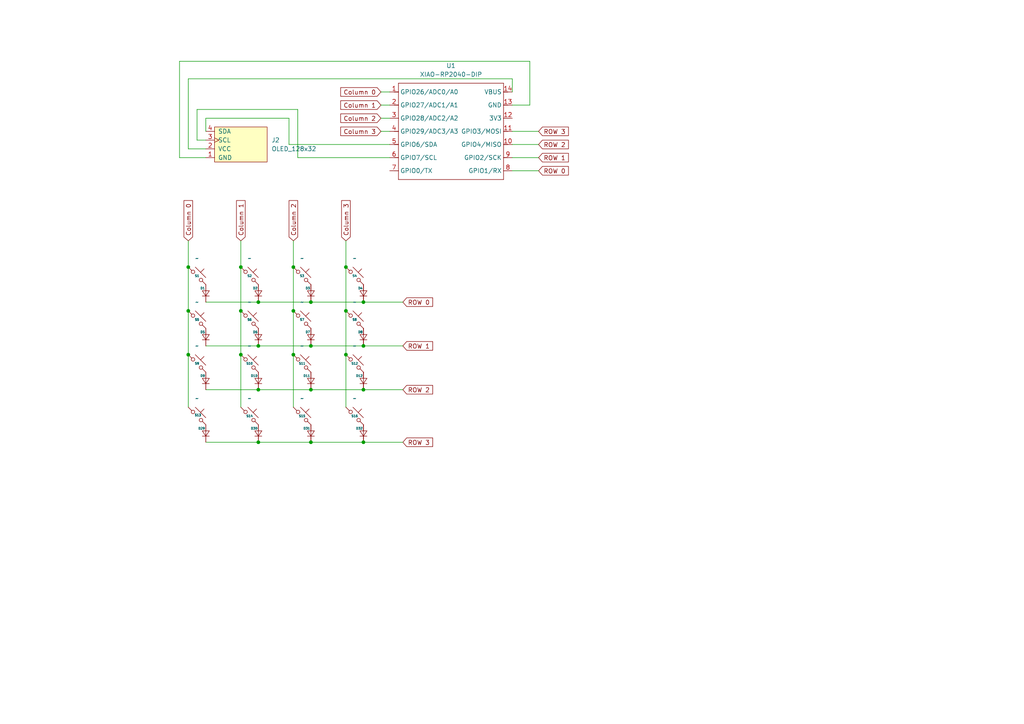
<source format=kicad_sch>
(kicad_sch
	(version 20250114)
	(generator "eeschema")
	(generator_version "9.0")
	(uuid "96bd231f-1e49-4469-9a5f-a7e72d84e1a2")
	(paper "A4")
	(lib_symbols
		(symbol "OPL libaray:XIAO-RP2040-DIP"
			(exclude_from_sim no)
			(in_bom yes)
			(on_board yes)
			(property "Reference" "U"
				(at 0 0 0)
				(effects
					(font
						(size 1.27 1.27)
					)
				)
			)
			(property "Value" "XIAO-RP2040-DIP"
				(at 5.334 -1.778 0)
				(effects
					(font
						(size 1.27 1.27)
					)
				)
			)
			(property "Footprint" "Module:MOUDLE14P-XIAO-DIP-SMD"
				(at 14.478 -32.258 0)
				(effects
					(font
						(size 1.27 1.27)
					)
					(hide yes)
				)
			)
			(property "Datasheet" ""
				(at 0 0 0)
				(effects
					(font
						(size 1.27 1.27)
					)
					(hide yes)
				)
			)
			(property "Description" ""
				(at 0 0 0)
				(effects
					(font
						(size 1.27 1.27)
					)
					(hide yes)
				)
			)
			(symbol "XIAO-RP2040-DIP_1_0"
				(polyline
					(pts
						(xy -1.27 -2.54) (xy 29.21 -2.54)
					)
					(stroke
						(width 0.1524)
						(type solid)
					)
					(fill
						(type none)
					)
				)
				(polyline
					(pts
						(xy -1.27 -5.08) (xy -2.54 -5.08)
					)
					(stroke
						(width 0.1524)
						(type solid)
					)
					(fill
						(type none)
					)
				)
				(polyline
					(pts
						(xy -1.27 -5.08) (xy -1.27 -2.54)
					)
					(stroke
						(width 0.1524)
						(type solid)
					)
					(fill
						(type none)
					)
				)
				(polyline
					(pts
						(xy -1.27 -8.89) (xy -2.54 -8.89)
					)
					(stroke
						(width 0.1524)
						(type solid)
					)
					(fill
						(type none)
					)
				)
				(polyline
					(pts
						(xy -1.27 -8.89) (xy -1.27 -5.08)
					)
					(stroke
						(width 0.1524)
						(type solid)
					)
					(fill
						(type none)
					)
				)
				(polyline
					(pts
						(xy -1.27 -12.7) (xy -2.54 -12.7)
					)
					(stroke
						(width 0.1524)
						(type solid)
					)
					(fill
						(type none)
					)
				)
				(polyline
					(pts
						(xy -1.27 -12.7) (xy -1.27 -8.89)
					)
					(stroke
						(width 0.1524)
						(type solid)
					)
					(fill
						(type none)
					)
				)
				(polyline
					(pts
						(xy -1.27 -16.51) (xy -2.54 -16.51)
					)
					(stroke
						(width 0.1524)
						(type solid)
					)
					(fill
						(type none)
					)
				)
				(polyline
					(pts
						(xy -1.27 -16.51) (xy -1.27 -12.7)
					)
					(stroke
						(width 0.1524)
						(type solid)
					)
					(fill
						(type none)
					)
				)
				(polyline
					(pts
						(xy -1.27 -20.32) (xy -2.54 -20.32)
					)
					(stroke
						(width 0.1524)
						(type solid)
					)
					(fill
						(type none)
					)
				)
				(polyline
					(pts
						(xy -1.27 -24.13) (xy -2.54 -24.13)
					)
					(stroke
						(width 0.1524)
						(type solid)
					)
					(fill
						(type none)
					)
				)
				(polyline
					(pts
						(xy -1.27 -27.94) (xy -2.54 -27.94)
					)
					(stroke
						(width 0.1524)
						(type solid)
					)
					(fill
						(type none)
					)
				)
				(polyline
					(pts
						(xy -1.27 -30.48) (xy -1.27 -16.51)
					)
					(stroke
						(width 0.1524)
						(type solid)
					)
					(fill
						(type none)
					)
				)
				(polyline
					(pts
						(xy 29.21 -2.54) (xy 29.21 -5.08)
					)
					(stroke
						(width 0.1524)
						(type solid)
					)
					(fill
						(type none)
					)
				)
				(polyline
					(pts
						(xy 29.21 -5.08) (xy 29.21 -8.89)
					)
					(stroke
						(width 0.1524)
						(type solid)
					)
					(fill
						(type none)
					)
				)
				(polyline
					(pts
						(xy 29.21 -8.89) (xy 29.21 -12.7)
					)
					(stroke
						(width 0.1524)
						(type solid)
					)
					(fill
						(type none)
					)
				)
				(polyline
					(pts
						(xy 29.21 -12.7) (xy 29.21 -30.48)
					)
					(stroke
						(width 0.1524)
						(type solid)
					)
					(fill
						(type none)
					)
				)
				(polyline
					(pts
						(xy 29.21 -30.48) (xy -1.27 -30.48)
					)
					(stroke
						(width 0.1524)
						(type solid)
					)
					(fill
						(type none)
					)
				)
				(polyline
					(pts
						(xy 30.48 -5.08) (xy 29.21 -5.08)
					)
					(stroke
						(width 0.1524)
						(type solid)
					)
					(fill
						(type none)
					)
				)
				(polyline
					(pts
						(xy 30.48 -8.89) (xy 29.21 -8.89)
					)
					(stroke
						(width 0.1524)
						(type solid)
					)
					(fill
						(type none)
					)
				)
				(polyline
					(pts
						(xy 30.48 -12.7) (xy 29.21 -12.7)
					)
					(stroke
						(width 0.1524)
						(type solid)
					)
					(fill
						(type none)
					)
				)
				(polyline
					(pts
						(xy 30.48 -16.51) (xy 29.21 -16.51)
					)
					(stroke
						(width 0.1524)
						(type solid)
					)
					(fill
						(type none)
					)
				)
				(polyline
					(pts
						(xy 30.48 -20.32) (xy 29.21 -20.32)
					)
					(stroke
						(width 0.1524)
						(type solid)
					)
					(fill
						(type none)
					)
				)
				(polyline
					(pts
						(xy 30.48 -24.13) (xy 29.21 -24.13)
					)
					(stroke
						(width 0.1524)
						(type solid)
					)
					(fill
						(type none)
					)
				)
				(polyline
					(pts
						(xy 30.48 -27.94) (xy 29.21 -27.94)
					)
					(stroke
						(width 0.1524)
						(type solid)
					)
					(fill
						(type none)
					)
				)
				(pin passive line
					(at -3.81 -5.08 0)
					(length 2.54)
					(name "GPIO26/ADC0/A0"
						(effects
							(font
								(size 1.27 1.27)
							)
						)
					)
					(number "1"
						(effects
							(font
								(size 1.27 1.27)
							)
						)
					)
				)
				(pin passive line
					(at -3.81 -8.89 0)
					(length 2.54)
					(name "GPIO27/ADC1/A1"
						(effects
							(font
								(size 1.27 1.27)
							)
						)
					)
					(number "2"
						(effects
							(font
								(size 1.27 1.27)
							)
						)
					)
				)
				(pin passive line
					(at -3.81 -12.7 0)
					(length 2.54)
					(name "GPIO28/ADC2/A2"
						(effects
							(font
								(size 1.27 1.27)
							)
						)
					)
					(number "3"
						(effects
							(font
								(size 1.27 1.27)
							)
						)
					)
				)
				(pin passive line
					(at -3.81 -16.51 0)
					(length 2.54)
					(name "GPIO29/ADC3/A3"
						(effects
							(font
								(size 1.27 1.27)
							)
						)
					)
					(number "4"
						(effects
							(font
								(size 1.27 1.27)
							)
						)
					)
				)
				(pin passive line
					(at -3.81 -20.32 0)
					(length 2.54)
					(name "GPIO6/SDA"
						(effects
							(font
								(size 1.27 1.27)
							)
						)
					)
					(number "5"
						(effects
							(font
								(size 1.27 1.27)
							)
						)
					)
				)
				(pin passive line
					(at -3.81 -24.13 0)
					(length 2.54)
					(name "GPIO7/SCL"
						(effects
							(font
								(size 1.27 1.27)
							)
						)
					)
					(number "6"
						(effects
							(font
								(size 1.27 1.27)
							)
						)
					)
				)
				(pin passive line
					(at -3.81 -27.94 0)
					(length 2.54)
					(name "GPIO0/TX"
						(effects
							(font
								(size 1.27 1.27)
							)
						)
					)
					(number "7"
						(effects
							(font
								(size 1.27 1.27)
							)
						)
					)
				)
				(pin passive line
					(at 31.75 -5.08 180)
					(length 2.54)
					(name "VBUS"
						(effects
							(font
								(size 1.27 1.27)
							)
						)
					)
					(number "14"
						(effects
							(font
								(size 1.27 1.27)
							)
						)
					)
				)
				(pin passive line
					(at 31.75 -8.89 180)
					(length 2.54)
					(name "GND"
						(effects
							(font
								(size 1.27 1.27)
							)
						)
					)
					(number "13"
						(effects
							(font
								(size 1.27 1.27)
							)
						)
					)
				)
				(pin passive line
					(at 31.75 -12.7 180)
					(length 2.54)
					(name "3V3"
						(effects
							(font
								(size 1.27 1.27)
							)
						)
					)
					(number "12"
						(effects
							(font
								(size 1.27 1.27)
							)
						)
					)
				)
				(pin passive line
					(at 31.75 -16.51 180)
					(length 2.54)
					(name "GPIO3/MOSI"
						(effects
							(font
								(size 1.27 1.27)
							)
						)
					)
					(number "11"
						(effects
							(font
								(size 1.27 1.27)
							)
						)
					)
				)
				(pin passive line
					(at 31.75 -20.32 180)
					(length 2.54)
					(name "GPIO4/MISO"
						(effects
							(font
								(size 1.27 1.27)
							)
						)
					)
					(number "10"
						(effects
							(font
								(size 1.27 1.27)
							)
						)
					)
				)
				(pin passive line
					(at 31.75 -24.13 180)
					(length 2.54)
					(name "GPIO2/SCK"
						(effects
							(font
								(size 1.27 1.27)
							)
						)
					)
					(number "9"
						(effects
							(font
								(size 1.27 1.27)
							)
						)
					)
				)
				(pin passive line
					(at 31.75 -27.94 180)
					(length 2.54)
					(name "GPIO1/RX"
						(effects
							(font
								(size 1.27 1.27)
							)
						)
					)
					(number "8"
						(effects
							(font
								(size 1.27 1.27)
							)
						)
					)
				)
			)
			(embedded_fonts no)
		)
		(symbol "ScottoKeebs:OLED_128x32"
			(pin_names
				(offset 1.016)
			)
			(exclude_from_sim no)
			(in_bom yes)
			(on_board yes)
			(property "Reference" "J"
				(at 0 -6.35 0)
				(effects
					(font
						(size 1.27 1.27)
					)
				)
			)
			(property "Value" "OLED_128x32"
				(at 0 6.35 0)
				(effects
					(font
						(size 1.27 1.27)
					)
				)
			)
			(property "Footprint" "ScottoKeebs_Components:OLED_128x32"
				(at 0 8.89 0)
				(effects
					(font
						(size 1.27 1.27)
					)
					(hide yes)
				)
			)
			(property "Datasheet" ""
				(at 0 1.27 0)
				(effects
					(font
						(size 1.27 1.27)
					)
					(hide yes)
				)
			)
			(property "Description" ""
				(at 0 0 0)
				(effects
					(font
						(size 1.27 1.27)
					)
					(hide yes)
				)
			)
			(symbol "OLED_128x32_0_1"
				(rectangle
					(start 0 5.08)
					(end 15.24 -5.08)
					(stroke
						(width 0)
						(type default)
					)
					(fill
						(type background)
					)
				)
			)
			(symbol "OLED_128x32_1_1"
				(pin bidirectional line
					(at -2.54 3.81 0)
					(length 2.54)
					(name "SDA"
						(effects
							(font
								(size 1.27 1.27)
							)
						)
					)
					(number "4"
						(effects
							(font
								(size 1.27 1.27)
							)
						)
					)
				)
				(pin input clock
					(at -2.54 1.27 0)
					(length 2.54)
					(name "SCL"
						(effects
							(font
								(size 1.27 1.27)
							)
						)
					)
					(number "3"
						(effects
							(font
								(size 1.27 1.27)
							)
						)
					)
				)
				(pin power_in line
					(at -2.54 -1.27 0)
					(length 2.54)
					(name "VCC"
						(effects
							(font
								(size 1.27 1.27)
							)
						)
					)
					(number "2"
						(effects
							(font
								(size 1.27 1.27)
							)
						)
					)
				)
				(pin power_in line
					(at -2.54 -3.81 0)
					(length 2.54)
					(name "GND"
						(effects
							(font
								(size 1.27 1.27)
							)
						)
					)
					(number "1"
						(effects
							(font
								(size 1.27 1.27)
							)
						)
					)
				)
			)
			(embedded_fonts no)
		)
		(symbol "ScottoKeebs:Placeholder_Diode"
			(pin_numbers
				(hide yes)
			)
			(pin_names
				(hide yes)
			)
			(exclude_from_sim no)
			(in_bom yes)
			(on_board yes)
			(property "Reference" "D"
				(at -0.15 1.066 0)
				(do_not_autoplace)
				(effects
					(font
						(size 0.635 0.635)
						(thickness 0.127)
						(bold yes)
					)
					(justify right bottom)
				)
			)
			(property "Value" ""
				(at 2.54 0 90)
				(effects
					(font
						(size 1.27 1.27)
					)
				)
			)
			(property "Footprint" ""
				(at 0 0 90)
				(effects
					(font
						(size 1.27 1.27)
					)
					(hide yes)
				)
			)
			(property "Datasheet" ""
				(at 0 0 90)
				(effects
					(font
						(size 1.27 1.27)
					)
					(hide yes)
				)
			)
			(property "Description" ""
				(at 3.81 0 90)
				(effects
					(font
						(size 1.27 1.27)
					)
					(hide yes)
				)
			)
			(property "ki_keywords" "diode"
				(at 0 0 0)
				(effects
					(font
						(size 1.27 1.27)
					)
					(hide yes)
				)
			)
			(property "ki_fp_filters" "D*DO?35*"
				(at 0 0 0)
				(effects
					(font
						(size 1.27 1.27)
					)
					(hide yes)
				)
			)
			(symbol "Placeholder_Diode_0_1"
				(polyline
					(pts
						(xy 0 -0.762) (xy 0 0.762)
					)
					(stroke
						(width 0)
						(type default)
					)
					(fill
						(type none)
					)
				)
			)
			(symbol "Placeholder_Diode_1_1"
				(polyline
					(pts
						(xy 1.016 0.762) (xy 0 -0.762) (xy -1.016 0.762) (xy 1.016 0.762)
					)
					(stroke
						(width 0.1524)
						(type default)
					)
					(fill
						(type none)
					)
				)
				(polyline
					(pts
						(xy 1.016 -0.762) (xy -1.016 -0.762)
					)
					(stroke
						(width 0.1524)
						(type default)
					)
					(fill
						(type none)
					)
				)
				(pin passive line
					(at 0 2.54 270)
					(length 1.778)
					(name "A"
						(effects
							(font
								(size 1.27 1.27)
							)
						)
					)
					(number "2"
						(effects
							(font
								(size 1.27 1.27)
							)
						)
					)
				)
				(pin passive line
					(at 0 -2.54 90)
					(length 1.778)
					(name "K"
						(effects
							(font
								(size 1.27 1.27)
							)
						)
					)
					(number "1"
						(effects
							(font
								(size 1.27 1.27)
							)
						)
					)
				)
			)
			(embedded_fonts no)
		)
		(symbol "ScottoKeebs:Placeholder_Keyswitch"
			(pin_numbers
				(hide yes)
			)
			(pin_names
				(offset 1.016)
				(hide yes)
			)
			(exclude_from_sim no)
			(in_bom yes)
			(on_board yes)
			(property "Reference" "S"
				(at 0 0 0)
				(do_not_autoplace)
				(effects
					(font
						(size 0.635 0.635)
						(thickness 0.127)
						(bold yes)
					)
				)
			)
			(property "Value" ""
				(at 0 -3.81 0)
				(effects
					(font
						(size 1.27 1.27)
					)
				)
			)
			(property "Footprint" ""
				(at 0 0 0)
				(effects
					(font
						(size 1.27 1.27)
					)
					(hide yes)
				)
			)
			(property "Datasheet" ""
				(at -2.54 -1.778 0)
				(effects
					(font
						(size 1.27 1.27)
					)
					(hide yes)
				)
			)
			(property "Description" ""
				(at 0 0 0)
				(effects
					(font
						(size 1.27 1.27)
					)
					(hide yes)
				)
			)
			(property "ki_keywords" "switch normally-open pushbutton push-button"
				(at 0 0 0)
				(effects
					(font
						(size 1.27 1.27)
					)
					(hide yes)
				)
			)
			(symbol "Placeholder_Keyswitch_0_1"
				(polyline
					(pts
						(xy -2.54 2.54) (xy -1.524 1.524) (xy -1.524 1.524)
					)
					(stroke
						(width 0)
						(type default)
					)
					(fill
						(type none)
					)
				)
				(circle
					(center -1.1684 1.1684)
					(radius 0.508)
					(stroke
						(width 0)
						(type default)
					)
					(fill
						(type none)
					)
				)
				(polyline
					(pts
						(xy -0.508 2.54) (xy 2.54 -0.508)
					)
					(stroke
						(width 0)
						(type default)
					)
					(fill
						(type none)
					)
				)
				(polyline
					(pts
						(xy 1.016 1.016) (xy 2.032 2.032)
					)
					(stroke
						(width 0)
						(type default)
					)
					(fill
						(type none)
					)
				)
				(circle
					(center 1.143 -1.1938)
					(radius 0.508)
					(stroke
						(width 0)
						(type default)
					)
					(fill
						(type none)
					)
				)
				(polyline
					(pts
						(xy 1.524 -1.524) (xy 2.54 -2.54) (xy 2.54 -2.54) (xy 2.54 -2.54)
					)
					(stroke
						(width 0)
						(type default)
					)
					(fill
						(type none)
					)
				)
				(pin passive line
					(at -2.54 2.54 0)
					(length 0)
					(name "1"
						(effects
							(font
								(size 1.27 1.27)
							)
						)
					)
					(number "1"
						(effects
							(font
								(size 1.27 1.27)
							)
						)
					)
				)
				(pin passive line
					(at 2.54 -2.54 180)
					(length 0)
					(name "2"
						(effects
							(font
								(size 1.27 1.27)
							)
						)
					)
					(number "2"
						(effects
							(font
								(size 1.27 1.27)
							)
						)
					)
				)
			)
			(embedded_fonts no)
		)
	)
	(junction
		(at 90.17 113.03)
		(diameter 0)
		(color 0 0 0 0)
		(uuid "0752444d-f368-462e-88a2-e07204d75476")
	)
	(junction
		(at 85.09 90.17)
		(diameter 0)
		(color 0 0 0 0)
		(uuid "08023b52-68d5-4f3f-a755-12fe791ff0ed")
	)
	(junction
		(at 69.85 90.17)
		(diameter 0)
		(color 0 0 0 0)
		(uuid "0cb56e88-5763-422d-9985-ca993ea5caad")
	)
	(junction
		(at 90.17 100.33)
		(diameter 0)
		(color 0 0 0 0)
		(uuid "0d5f267e-243d-4c58-8307-8df0881c0fae")
	)
	(junction
		(at 85.09 102.87)
		(diameter 0)
		(color 0 0 0 0)
		(uuid "13d0bc09-e4a5-4ff8-98ac-9ab2d142653f")
	)
	(junction
		(at 105.41 113.03)
		(diameter 0)
		(color 0 0 0 0)
		(uuid "24c3ab17-bcdb-49cf-a3f2-a60890727340")
	)
	(junction
		(at 100.33 90.17)
		(diameter 0)
		(color 0 0 0 0)
		(uuid "28574d15-3bce-4ed1-88e3-f2a33ae45dbc")
	)
	(junction
		(at 74.93 128.27)
		(diameter 0)
		(color 0 0 0 0)
		(uuid "355313ba-b9f8-48e2-a4a4-fd22bd09a018")
	)
	(junction
		(at 54.61 102.87)
		(diameter 0)
		(color 0 0 0 0)
		(uuid "3afd4f03-a4b5-475b-b21f-8601d9e70dd7")
	)
	(junction
		(at 74.93 113.03)
		(diameter 0)
		(color 0 0 0 0)
		(uuid "3fe5f318-cdf8-4e5a-9323-b03f4030c170")
	)
	(junction
		(at 69.85 102.87)
		(diameter 0)
		(color 0 0 0 0)
		(uuid "417eb00e-1a62-44a6-948e-6ae8926e0755")
	)
	(junction
		(at 90.17 87.63)
		(diameter 0)
		(color 0 0 0 0)
		(uuid "48ee89c5-3089-45e8-9b47-ecd733a58ec8")
	)
	(junction
		(at 100.33 102.87)
		(diameter 0)
		(color 0 0 0 0)
		(uuid "552c45ac-0de6-4155-89dd-2186d947eb9a")
	)
	(junction
		(at 54.61 77.47)
		(diameter 0)
		(color 0 0 0 0)
		(uuid "57334a93-c05a-4e9d-af87-6fcaad64984c")
	)
	(junction
		(at 105.41 128.27)
		(diameter 0)
		(color 0 0 0 0)
		(uuid "63790bec-f4ae-493e-8745-b51b4c6fb4e2")
	)
	(junction
		(at 69.85 77.47)
		(diameter 0)
		(color 0 0 0 0)
		(uuid "97586ce5-2f8e-4c7f-918e-1a50d2d5273d")
	)
	(junction
		(at 85.09 77.47)
		(diameter 0)
		(color 0 0 0 0)
		(uuid "abf94b81-9078-4508-836f-917ef7246cb6")
	)
	(junction
		(at 100.33 77.47)
		(diameter 0)
		(color 0 0 0 0)
		(uuid "b3372020-f16b-46f2-ae70-26355f433075")
	)
	(junction
		(at 105.41 87.63)
		(diameter 0)
		(color 0 0 0 0)
		(uuid "b8d3a77c-628a-4b8c-9108-10931fbd5bad")
	)
	(junction
		(at 54.61 90.17)
		(diameter 0)
		(color 0 0 0 0)
		(uuid "c487c7b3-1c46-4a6c-864b-e536bba44800")
	)
	(junction
		(at 74.93 87.63)
		(diameter 0)
		(color 0 0 0 0)
		(uuid "c63d60e5-bbe5-4a62-ac43-faf1fac05694")
	)
	(junction
		(at 105.41 100.33)
		(diameter 0)
		(color 0 0 0 0)
		(uuid "cacfe729-54b7-4092-886c-797eba5f3ad0")
	)
	(junction
		(at 74.93 100.33)
		(diameter 0)
		(color 0 0 0 0)
		(uuid "d111859b-29b6-4203-8baf-197839c026bd")
	)
	(junction
		(at 90.17 128.27)
		(diameter 0)
		(color 0 0 0 0)
		(uuid "ecc57631-7bb0-44ce-a3dd-d097ecd2788e")
	)
	(wire
		(pts
			(xy 105.41 128.27) (xy 116.84 128.27)
		)
		(stroke
			(width 0)
			(type default)
		)
		(uuid "056eba84-97fc-47d5-9c0f-afcf8c627266")
	)
	(wire
		(pts
			(xy 54.61 77.47) (xy 54.61 90.17)
		)
		(stroke
			(width 0)
			(type default)
		)
		(uuid "06612bc9-1d38-47e6-986c-bcf386afc04c")
	)
	(wire
		(pts
			(xy 110.49 30.48) (xy 113.03 30.48)
		)
		(stroke
			(width 0)
			(type default)
		)
		(uuid "066ce9e8-2004-49d6-bec7-18002e9fb1e2")
	)
	(wire
		(pts
			(xy 52.07 45.72) (xy 52.07 17.78)
		)
		(stroke
			(width 0)
			(type default)
		)
		(uuid "0c7c3a48-1cb4-4221-b4c1-f8e3480aae7b")
	)
	(wire
		(pts
			(xy 156.21 38.1) (xy 148.59 38.1)
		)
		(stroke
			(width 0)
			(type default)
		)
		(uuid "0df26331-5c9f-47c9-a337-1d3def52c1c7")
	)
	(wire
		(pts
			(xy 69.85 90.17) (xy 69.85 102.87)
		)
		(stroke
			(width 0)
			(type default)
		)
		(uuid "18c9ed57-4f77-4614-add3-5bec7ca79b33")
	)
	(wire
		(pts
			(xy 85.09 77.47) (xy 85.09 90.17)
		)
		(stroke
			(width 0)
			(type default)
		)
		(uuid "231e84c3-4b18-42a7-8c06-6e3a6bd012d2")
	)
	(wire
		(pts
			(xy 110.49 38.1) (xy 113.03 38.1)
		)
		(stroke
			(width 0)
			(type default)
		)
		(uuid "242b493c-bd6e-4a09-82ac-21e072f91d6f")
	)
	(wire
		(pts
			(xy 156.21 41.91) (xy 148.59 41.91)
		)
		(stroke
			(width 0)
			(type default)
		)
		(uuid "297fcc36-81db-4d68-8b1c-28dfcf8bf47c")
	)
	(wire
		(pts
			(xy 148.59 22.86) (xy 54.61 22.86)
		)
		(stroke
			(width 0)
			(type default)
		)
		(uuid "2981f8fd-ec33-4f1d-b4e5-6fec6a34df16")
	)
	(wire
		(pts
			(xy 105.41 113.03) (xy 116.84 113.03)
		)
		(stroke
			(width 0)
			(type default)
		)
		(uuid "29cf989d-beb1-479a-9c2a-8e2014f2df49")
	)
	(wire
		(pts
			(xy 54.61 77.47) (xy 54.61 69.85)
		)
		(stroke
			(width 0)
			(type default)
		)
		(uuid "315537cc-0b21-43b0-a9c5-3b3ae9584426")
	)
	(wire
		(pts
			(xy 156.21 45.72) (xy 148.59 45.72)
		)
		(stroke
			(width 0)
			(type default)
		)
		(uuid "322cf46a-b1b5-4deb-824b-5e03d9a5ffff")
	)
	(wire
		(pts
			(xy 85.09 102.87) (xy 85.09 118.11)
		)
		(stroke
			(width 0)
			(type default)
		)
		(uuid "333649ad-5642-4f0a-859a-1e70d0871335")
	)
	(wire
		(pts
			(xy 86.36 31.75) (xy 86.36 45.72)
		)
		(stroke
			(width 0)
			(type default)
		)
		(uuid "337c367e-08c6-4f9d-93f8-edb86c16df4b")
	)
	(wire
		(pts
			(xy 100.33 77.47) (xy 100.33 69.85)
		)
		(stroke
			(width 0)
			(type default)
		)
		(uuid "34c6a6bb-1722-4923-ac84-2b9c5047b81f")
	)
	(wire
		(pts
			(xy 59.69 38.1) (xy 59.69 34.29)
		)
		(stroke
			(width 0)
			(type default)
		)
		(uuid "3a5d0e28-0870-483f-9184-bd5068271066")
	)
	(wire
		(pts
			(xy 100.33 90.17) (xy 100.33 102.87)
		)
		(stroke
			(width 0)
			(type default)
		)
		(uuid "3ad95970-387e-4f4c-a11c-27209d894da6")
	)
	(wire
		(pts
			(xy 100.33 77.47) (xy 100.33 90.17)
		)
		(stroke
			(width 0)
			(type default)
		)
		(uuid "3d9ab3fc-30ce-4437-ad52-e9d52d70a9a4")
	)
	(wire
		(pts
			(xy 69.85 77.47) (xy 69.85 90.17)
		)
		(stroke
			(width 0)
			(type default)
		)
		(uuid "401f60df-1827-4d71-8561-bf812af21b99")
	)
	(wire
		(pts
			(xy 69.85 102.87) (xy 69.85 118.11)
		)
		(stroke
			(width 0)
			(type default)
		)
		(uuid "41035cb2-8589-44ea-a2a5-fbbf93293332")
	)
	(wire
		(pts
			(xy 74.93 113.03) (xy 90.17 113.03)
		)
		(stroke
			(width 0)
			(type default)
		)
		(uuid "42464795-2ea3-40d7-8259-aeb9f135f609")
	)
	(wire
		(pts
			(xy 59.69 43.18) (xy 54.61 43.18)
		)
		(stroke
			(width 0)
			(type default)
		)
		(uuid "4554b356-a233-41e9-b7ec-60acef4ca309")
	)
	(wire
		(pts
			(xy 74.93 128.27) (xy 90.17 128.27)
		)
		(stroke
			(width 0)
			(type default)
		)
		(uuid "456bd5b6-be31-42a8-9cf7-d8d16fdab85e")
	)
	(wire
		(pts
			(xy 90.17 113.03) (xy 105.41 113.03)
		)
		(stroke
			(width 0)
			(type default)
		)
		(uuid "494d72a5-dc0b-45aa-ab15-f1158824b8b8")
	)
	(wire
		(pts
			(xy 83.82 41.91) (xy 113.03 41.91)
		)
		(stroke
			(width 0)
			(type default)
		)
		(uuid "4dc27123-d075-42cc-82a2-2ef077079f4f")
	)
	(wire
		(pts
			(xy 153.67 17.78) (xy 153.67 30.48)
		)
		(stroke
			(width 0)
			(type default)
		)
		(uuid "4fa827b1-10dd-41de-9b59-8c6cfe1aee94")
	)
	(wire
		(pts
			(xy 59.69 113.03) (xy 74.93 113.03)
		)
		(stroke
			(width 0)
			(type default)
		)
		(uuid "4fd7dde4-258a-4557-89aa-d210c8719861")
	)
	(wire
		(pts
			(xy 59.69 34.29) (xy 83.82 34.29)
		)
		(stroke
			(width 0)
			(type default)
		)
		(uuid "5fd42881-7067-42f9-889d-86237ff4bf65")
	)
	(wire
		(pts
			(xy 85.09 77.47) (xy 85.09 69.85)
		)
		(stroke
			(width 0)
			(type default)
		)
		(uuid "5ff42de1-9a25-4454-a36f-3d90edd40751")
	)
	(wire
		(pts
			(xy 90.17 128.27) (xy 105.41 128.27)
		)
		(stroke
			(width 0)
			(type default)
		)
		(uuid "6089f45e-d123-4392-a33f-6df18494dd97")
	)
	(wire
		(pts
			(xy 54.61 90.17) (xy 54.61 102.87)
		)
		(stroke
			(width 0)
			(type default)
		)
		(uuid "63f9fb04-c5d7-483d-9c11-5d608a949fca")
	)
	(wire
		(pts
			(xy 59.69 128.27) (xy 74.93 128.27)
		)
		(stroke
			(width 0)
			(type default)
		)
		(uuid "70824deb-c755-48c9-a71a-2e6f2fd88669")
	)
	(wire
		(pts
			(xy 90.17 100.33) (xy 105.41 100.33)
		)
		(stroke
			(width 0)
			(type default)
		)
		(uuid "70f9ebab-988b-443c-8289-50de6eb5e451")
	)
	(wire
		(pts
			(xy 59.69 100.33) (xy 74.93 100.33)
		)
		(stroke
			(width 0)
			(type default)
		)
		(uuid "70fedf45-bf58-418d-a672-661267c76e54")
	)
	(wire
		(pts
			(xy 74.93 100.33) (xy 90.17 100.33)
		)
		(stroke
			(width 0)
			(type default)
		)
		(uuid "76e0b38a-0391-4a76-8501-886de55de3da")
	)
	(wire
		(pts
			(xy 86.36 45.72) (xy 113.03 45.72)
		)
		(stroke
			(width 0)
			(type default)
		)
		(uuid "7e38c7b4-fc3a-49f4-8f7b-eaf602ac0033")
	)
	(wire
		(pts
			(xy 59.69 40.64) (xy 57.15 40.64)
		)
		(stroke
			(width 0)
			(type default)
		)
		(uuid "8557a8e1-810a-4f22-b68c-6ef71cf1a554")
	)
	(wire
		(pts
			(xy 52.07 17.78) (xy 153.67 17.78)
		)
		(stroke
			(width 0)
			(type default)
		)
		(uuid "8a67321b-996c-46c2-9231-2f9f6ccb7948")
	)
	(wire
		(pts
			(xy 110.49 26.67) (xy 113.03 26.67)
		)
		(stroke
			(width 0)
			(type default)
		)
		(uuid "8c8929fc-9794-4ea7-ade4-bf6e34306325")
	)
	(wire
		(pts
			(xy 156.21 49.53) (xy 148.59 49.53)
		)
		(stroke
			(width 0)
			(type default)
		)
		(uuid "9be7d9b4-c8a9-43dd-b51c-29b7b9448baf")
	)
	(wire
		(pts
			(xy 54.61 102.87) (xy 54.61 118.11)
		)
		(stroke
			(width 0)
			(type default)
		)
		(uuid "b2d6a06f-f91c-4dfe-9086-be028bb2399e")
	)
	(wire
		(pts
			(xy 59.69 87.63) (xy 74.93 87.63)
		)
		(stroke
			(width 0)
			(type default)
		)
		(uuid "b6f50ed3-468d-4280-bc28-c7f5c7838654")
	)
	(wire
		(pts
			(xy 74.93 87.63) (xy 90.17 87.63)
		)
		(stroke
			(width 0)
			(type default)
		)
		(uuid "bf4c486e-fe00-4e64-b06e-8359bf481d3d")
	)
	(wire
		(pts
			(xy 105.41 100.33) (xy 116.84 100.33)
		)
		(stroke
			(width 0)
			(type default)
		)
		(uuid "bfa9a15b-fe11-47b4-ad1e-6bb5f031175d")
	)
	(wire
		(pts
			(xy 57.15 31.75) (xy 86.36 31.75)
		)
		(stroke
			(width 0)
			(type default)
		)
		(uuid "c6ade4b8-d376-4233-bdf6-52af95828fb1")
	)
	(wire
		(pts
			(xy 57.15 40.64) (xy 57.15 31.75)
		)
		(stroke
			(width 0)
			(type default)
		)
		(uuid "cd6b03ce-5217-41fd-8069-5c826887495c")
	)
	(wire
		(pts
			(xy 54.61 22.86) (xy 54.61 43.18)
		)
		(stroke
			(width 0)
			(type default)
		)
		(uuid "cd994eb4-93a0-4390-9cac-be2fd8c7ebcd")
	)
	(wire
		(pts
			(xy 110.49 34.29) (xy 113.03 34.29)
		)
		(stroke
			(width 0)
			(type default)
		)
		(uuid "d27bf20d-d342-4a6e-87dc-423972b0ede8")
	)
	(wire
		(pts
			(xy 69.85 77.47) (xy 69.85 69.85)
		)
		(stroke
			(width 0)
			(type default)
		)
		(uuid "d44ba84c-94ef-43a9-a7c3-6005c3f8475e")
	)
	(wire
		(pts
			(xy 85.09 90.17) (xy 85.09 102.87)
		)
		(stroke
			(width 0)
			(type default)
		)
		(uuid "d7f40777-0055-4f71-a54f-c53284e3b8d8")
	)
	(wire
		(pts
			(xy 90.17 87.63) (xy 105.41 87.63)
		)
		(stroke
			(width 0)
			(type default)
		)
		(uuid "d9391c0b-ab06-4c20-9e14-377612eeaecd")
	)
	(wire
		(pts
			(xy 153.67 30.48) (xy 148.59 30.48)
		)
		(stroke
			(width 0)
			(type default)
		)
		(uuid "e5a0dced-e669-470c-bb4e-f114ad776368")
	)
	(wire
		(pts
			(xy 148.59 26.67) (xy 148.59 22.86)
		)
		(stroke
			(width 0)
			(type default)
		)
		(uuid "e81ffdfa-7ad1-46d7-927b-e0d46af4070b")
	)
	(wire
		(pts
			(xy 83.82 34.29) (xy 83.82 41.91)
		)
		(stroke
			(width 0)
			(type default)
		)
		(uuid "ec26a892-10ac-4c04-bbbd-87b5e7242eff")
	)
	(wire
		(pts
			(xy 59.69 45.72) (xy 52.07 45.72)
		)
		(stroke
			(width 0)
			(type default)
		)
		(uuid "effe4712-b70d-4085-85ae-73dfbd981be2")
	)
	(wire
		(pts
			(xy 100.33 102.87) (xy 100.33 118.11)
		)
		(stroke
			(width 0)
			(type default)
		)
		(uuid "f2d8e970-620e-403d-af7d-9523ac6a549a")
	)
	(wire
		(pts
			(xy 105.41 87.63) (xy 116.84 87.63)
		)
		(stroke
			(width 0)
			(type default)
		)
		(uuid "fe4f603d-9fbc-438c-be64-b194b53c7d77")
	)
	(global_label "ROW 0"
		(shape input)
		(at 156.21 49.53 0)
		(fields_autoplaced yes)
		(effects
			(font
				(size 1.27 1.27)
			)
			(justify left)
		)
		(uuid "12c7df22-6e86-4aa3-b614-657ac1eee773")
		(property "Intersheetrefs" "${INTERSHEET_REFS}"
			(at 165.4242 49.53 0)
			(effects
				(font
					(size 1.27 1.27)
				)
				(justify left)
				(hide yes)
			)
		)
	)
	(global_label "Column 1"
		(shape input)
		(at 110.49 30.48 180)
		(fields_autoplaced yes)
		(effects
			(font
				(size 1.27 1.27)
			)
			(justify right)
		)
		(uuid "1930f94a-4153-40af-a06f-6e06cae570b9")
		(property "Intersheetrefs" "${INTERSHEET_REFS}"
			(at 98.2522 30.48 0)
			(effects
				(font
					(size 1.27 1.27)
				)
				(justify right)
				(hide yes)
			)
		)
	)
	(global_label "ROW 3"
		(shape input)
		(at 156.21 38.1 0)
		(fields_autoplaced yes)
		(effects
			(font
				(size 1.27 1.27)
			)
			(justify left)
		)
		(uuid "27a28c45-1d2c-4a87-9969-ab6fa7d9afca")
		(property "Intersheetrefs" "${INTERSHEET_REFS}"
			(at 165.4242 38.1 0)
			(effects
				(font
					(size 1.27 1.27)
				)
				(justify left)
				(hide yes)
			)
		)
	)
	(global_label "ROW 1"
		(shape input)
		(at 116.84 100.33 0)
		(fields_autoplaced yes)
		(effects
			(font
				(size 1.27 1.27)
			)
			(justify left)
		)
		(uuid "2f72ad30-1967-406e-ba5c-3609a551b69f")
		(property "Intersheetrefs" "${INTERSHEET_REFS}"
			(at 126.0542 100.33 0)
			(effects
				(font
					(size 1.27 1.27)
				)
				(justify left)
				(hide yes)
			)
		)
	)
	(global_label "ROW 1"
		(shape input)
		(at 156.21 45.72 0)
		(fields_autoplaced yes)
		(effects
			(font
				(size 1.27 1.27)
			)
			(justify left)
		)
		(uuid "40c2117a-e2ae-4833-9e44-d384dd339448")
		(property "Intersheetrefs" "${INTERSHEET_REFS}"
			(at 165.4242 45.72 0)
			(effects
				(font
					(size 1.27 1.27)
				)
				(justify left)
				(hide yes)
			)
		)
	)
	(global_label "Column 0"
		(shape input)
		(at 54.61 69.85 90)
		(fields_autoplaced yes)
		(effects
			(font
				(size 1.27 1.27)
			)
			(justify left)
		)
		(uuid "46807b0d-8a3e-4032-b0f5-17e6b68180e7")
		(property "Intersheetrefs" "${INTERSHEET_REFS}"
			(at 54.61 57.6122 90)
			(effects
				(font
					(size 1.27 1.27)
				)
				(justify left)
				(hide yes)
			)
		)
	)
	(global_label "Column 2"
		(shape input)
		(at 85.09 69.85 90)
		(fields_autoplaced yes)
		(effects
			(font
				(size 1.27 1.27)
			)
			(justify left)
		)
		(uuid "46e4dcf7-118d-41b3-accc-9b37959ae2d4")
		(property "Intersheetrefs" "${INTERSHEET_REFS}"
			(at 85.09 57.6122 90)
			(effects
				(font
					(size 1.27 1.27)
				)
				(justify left)
				(hide yes)
			)
		)
	)
	(global_label "Column 3"
		(shape input)
		(at 100.33 69.85 90)
		(fields_autoplaced yes)
		(effects
			(font
				(size 1.27 1.27)
			)
			(justify left)
		)
		(uuid "49d910e0-826a-42b4-8dae-3354f6d0065a")
		(property "Intersheetrefs" "${INTERSHEET_REFS}"
			(at 100.33 57.6122 90)
			(effects
				(font
					(size 1.27 1.27)
				)
				(justify left)
				(hide yes)
			)
		)
	)
	(global_label "ROW 2"
		(shape input)
		(at 116.84 113.03 0)
		(fields_autoplaced yes)
		(effects
			(font
				(size 1.27 1.27)
			)
			(justify left)
		)
		(uuid "72484b70-870c-4a5d-92af-b9f69cabf043")
		(property "Intersheetrefs" "${INTERSHEET_REFS}"
			(at 126.0542 113.03 0)
			(effects
				(font
					(size 1.27 1.27)
				)
				(justify left)
				(hide yes)
			)
		)
	)
	(global_label "ROW 0"
		(shape input)
		(at 116.84 87.63 0)
		(fields_autoplaced yes)
		(effects
			(font
				(size 1.27 1.27)
			)
			(justify left)
		)
		(uuid "7863957f-163d-4378-b35b-6ebf419e0adb")
		(property "Intersheetrefs" "${INTERSHEET_REFS}"
			(at 126.0542 87.63 0)
			(effects
				(font
					(size 1.27 1.27)
				)
				(justify left)
				(hide yes)
			)
		)
	)
	(global_label "ROW 2"
		(shape input)
		(at 156.21 41.91 0)
		(fields_autoplaced yes)
		(effects
			(font
				(size 1.27 1.27)
			)
			(justify left)
		)
		(uuid "99ec92ec-3817-478f-8b2b-75a608630d20")
		(property "Intersheetrefs" "${INTERSHEET_REFS}"
			(at 165.4242 41.91 0)
			(effects
				(font
					(size 1.27 1.27)
				)
				(justify left)
				(hide yes)
			)
		)
	)
	(global_label "Column 3"
		(shape input)
		(at 110.49 38.1 180)
		(fields_autoplaced yes)
		(effects
			(font
				(size 1.27 1.27)
			)
			(justify right)
		)
		(uuid "ac3e6e78-470f-459c-9215-432f3328fd72")
		(property "Intersheetrefs" "${INTERSHEET_REFS}"
			(at 98.2522 38.1 0)
			(effects
				(font
					(size 1.27 1.27)
				)
				(justify right)
				(hide yes)
			)
		)
	)
	(global_label "ROW 3"
		(shape input)
		(at 116.84 128.27 0)
		(fields_autoplaced yes)
		(effects
			(font
				(size 1.27 1.27)
			)
			(justify left)
		)
		(uuid "b8f7098f-19af-45db-8f91-058f1af504ad")
		(property "Intersheetrefs" "${INTERSHEET_REFS}"
			(at 126.0542 128.27 0)
			(effects
				(font
					(size 1.27 1.27)
				)
				(justify left)
				(hide yes)
			)
		)
	)
	(global_label "Column 2"
		(shape input)
		(at 110.49 34.29 180)
		(fields_autoplaced yes)
		(effects
			(font
				(size 1.27 1.27)
			)
			(justify right)
		)
		(uuid "d2353962-fed6-41b7-84f3-d50f3669729c")
		(property "Intersheetrefs" "${INTERSHEET_REFS}"
			(at 98.2522 34.29 0)
			(effects
				(font
					(size 1.27 1.27)
				)
				(justify right)
				(hide yes)
			)
		)
	)
	(global_label "Column 0"
		(shape input)
		(at 110.49 26.67 180)
		(fields_autoplaced yes)
		(effects
			(font
				(size 1.27 1.27)
			)
			(justify right)
		)
		(uuid "e43b9055-5872-49d6-8f03-42bc9d6657ca")
		(property "Intersheetrefs" "${INTERSHEET_REFS}"
			(at 98.2522 26.67 0)
			(effects
				(font
					(size 1.27 1.27)
				)
				(justify right)
				(hide yes)
			)
		)
	)
	(global_label "Column 1"
		(shape input)
		(at 69.85 69.85 90)
		(fields_autoplaced yes)
		(effects
			(font
				(size 1.27 1.27)
			)
			(justify left)
		)
		(uuid "f23665ff-aae0-4633-9784-624c70071a7e")
		(property "Intersheetrefs" "${INTERSHEET_REFS}"
			(at 69.85 57.6122 90)
			(effects
				(font
					(size 1.27 1.27)
				)
				(justify left)
				(hide yes)
			)
		)
	)
	(symbol
		(lib_id "ScottoKeebs:Placeholder_Diode")
		(at 74.93 85.09 0)
		(unit 1)
		(exclude_from_sim no)
		(in_bom yes)
		(on_board yes)
		(dnp no)
		(fields_autoplaced yes)
		(uuid "09fde37d-3c7f-4504-93db-2647fe702d1c")
		(property "Reference" "D2"
			(at 74.78 84.024 0)
			(do_not_autoplace yes)
			(effects
				(font
					(size 0.635 0.635)
					(thickness 0.127)
					(bold yes)
				)
				(justify right bottom)
			)
		)
		(property "Value" "~"
			(at 77.47 85.0899 0)
			(effects
				(font
					(size 1.27 1.27)
				)
				(justify left)
				(hide yes)
			)
		)
		(property "Footprint" "ScottoKeebs_Components:Diode_DO-35"
			(at 74.93 85.09 90)
			(effects
				(font
					(size 1.27 1.27)
				)
				(hide yes)
			)
		)
		(property "Datasheet" ""
			(at 74.93 85.09 90)
			(effects
				(font
					(size 1.27 1.27)
				)
				(hide yes)
			)
		)
		(property "Description" ""
			(at 78.74 85.09 90)
			(effects
				(font
					(size 1.27 1.27)
				)
				(hide yes)
			)
		)
		(pin "1"
			(uuid "dfd40329-841b-47e6-aeee-e8df7751843e")
		)
		(pin "2"
			(uuid "dad04cf3-eb23-4dbc-a32b-91e8d46d1714")
		)
		(instances
			(project "F360 Hackpad"
				(path "/96bd231f-1e49-4469-9a5f-a7e72d84e1a2"
					(reference "D2")
					(unit 1)
				)
			)
		)
	)
	(symbol
		(lib_id "ScottoKeebs:Placeholder_Keyswitch")
		(at 102.87 105.41 0)
		(unit 1)
		(exclude_from_sim no)
		(in_bom yes)
		(on_board yes)
		(dnp no)
		(fields_autoplaced yes)
		(uuid "0d66a9fe-cc33-423e-9fbe-3e562c37ea57")
		(property "Reference" "S12"
			(at 102.87 105.41 0)
			(do_not_autoplace yes)
			(effects
				(font
					(size 0.635 0.635)
					(thickness 0.127)
					(bold yes)
				)
			)
		)
		(property "Value" "~"
			(at 102.87 100.33 0)
			(effects
				(font
					(size 1.27 1.27)
				)
			)
		)
		(property "Footprint" "ScottoKeebs_MX:MX_PCB_1.00u"
			(at 102.87 105.41 0)
			(effects
				(font
					(size 1.27 1.27)
				)
				(hide yes)
			)
		)
		(property "Datasheet" ""
			(at 100.33 107.188 0)
			(effects
				(font
					(size 1.27 1.27)
				)
				(hide yes)
			)
		)
		(property "Description" ""
			(at 102.87 105.41 0)
			(effects
				(font
					(size 1.27 1.27)
				)
				(hide yes)
			)
		)
		(pin "1"
			(uuid "02223c9b-8ec1-4e6a-8df0-24daf3137cee")
		)
		(pin "2"
			(uuid "9b97bd57-a671-424e-bd00-22af7ba2638e")
		)
		(instances
			(project "F360 Hackpad"
				(path "/96bd231f-1e49-4469-9a5f-a7e72d84e1a2"
					(reference "S12")
					(unit 1)
				)
			)
		)
	)
	(symbol
		(lib_id "ScottoKeebs:Placeholder_Diode")
		(at 105.41 110.49 0)
		(unit 1)
		(exclude_from_sim no)
		(in_bom yes)
		(on_board yes)
		(dnp no)
		(fields_autoplaced yes)
		(uuid "0fa89088-0781-4211-b360-4d5ffd3cf656")
		(property "Reference" "D12"
			(at 105.26 109.424 0)
			(do_not_autoplace yes)
			(effects
				(font
					(size 0.635 0.635)
					(thickness 0.127)
					(bold yes)
				)
				(justify right bottom)
			)
		)
		(property "Value" "~"
			(at 107.95 110.4899 0)
			(effects
				(font
					(size 1.27 1.27)
				)
				(justify left)
				(hide yes)
			)
		)
		(property "Footprint" "ScottoKeebs_Components:Diode_DO-35"
			(at 105.41 110.49 90)
			(effects
				(font
					(size 1.27 1.27)
				)
				(hide yes)
			)
		)
		(property "Datasheet" ""
			(at 105.41 110.49 90)
			(effects
				(font
					(size 1.27 1.27)
				)
				(hide yes)
			)
		)
		(property "Description" ""
			(at 109.22 110.49 90)
			(effects
				(font
					(size 1.27 1.27)
				)
				(hide yes)
			)
		)
		(pin "1"
			(uuid "842cc4d7-9f66-44aa-abfe-5ccaa3f0228f")
		)
		(pin "2"
			(uuid "0c132013-cbbc-411d-9e50-b64828fce2d4")
		)
		(instances
			(project "F360 Hackpad"
				(path "/96bd231f-1e49-4469-9a5f-a7e72d84e1a2"
					(reference "D12")
					(unit 1)
				)
			)
		)
	)
	(symbol
		(lib_id "ScottoKeebs:Placeholder_Diode")
		(at 59.69 110.49 0)
		(unit 1)
		(exclude_from_sim no)
		(in_bom yes)
		(on_board yes)
		(dnp no)
		(fields_autoplaced yes)
		(uuid "16d47d23-ab4d-4cd6-bfb6-66143542c26c")
		(property "Reference" "D9"
			(at 59.54 109.424 0)
			(do_not_autoplace yes)
			(effects
				(font
					(size 0.635 0.635)
					(thickness 0.127)
					(bold yes)
				)
				(justify right bottom)
			)
		)
		(property "Value" "~"
			(at 62.23 110.4899 0)
			(effects
				(font
					(size 1.27 1.27)
				)
				(justify left)
				(hide yes)
			)
		)
		(property "Footprint" "ScottoKeebs_Components:Diode_DO-35"
			(at 59.69 110.49 90)
			(effects
				(font
					(size 1.27 1.27)
				)
				(hide yes)
			)
		)
		(property "Datasheet" ""
			(at 59.69 110.49 90)
			(effects
				(font
					(size 1.27 1.27)
				)
				(hide yes)
			)
		)
		(property "Description" ""
			(at 63.5 110.49 90)
			(effects
				(font
					(size 1.27 1.27)
				)
				(hide yes)
			)
		)
		(pin "1"
			(uuid "e8f25d0f-5552-418c-92f0-1715b93785c2")
		)
		(pin "2"
			(uuid "d5a703a7-2666-4f3b-b6fa-936062c9c67d")
		)
		(instances
			(project "F360 Hackpad"
				(path "/96bd231f-1e49-4469-9a5f-a7e72d84e1a2"
					(reference "D9")
					(unit 1)
				)
			)
		)
	)
	(symbol
		(lib_id "ScottoKeebs:Placeholder_Diode")
		(at 74.93 110.49 0)
		(unit 1)
		(exclude_from_sim no)
		(in_bom yes)
		(on_board yes)
		(dnp no)
		(fields_autoplaced yes)
		(uuid "18bda8f6-f25e-431c-ad20-a1949c36a426")
		(property "Reference" "D10"
			(at 74.78 109.424 0)
			(do_not_autoplace yes)
			(effects
				(font
					(size 0.635 0.635)
					(thickness 0.127)
					(bold yes)
				)
				(justify right bottom)
			)
		)
		(property "Value" "~"
			(at 77.47 110.4899 0)
			(effects
				(font
					(size 1.27 1.27)
				)
				(justify left)
				(hide yes)
			)
		)
		(property "Footprint" "ScottoKeebs_Components:Diode_DO-35"
			(at 74.93 110.49 90)
			(effects
				(font
					(size 1.27 1.27)
				)
				(hide yes)
			)
		)
		(property "Datasheet" ""
			(at 74.93 110.49 90)
			(effects
				(font
					(size 1.27 1.27)
				)
				(hide yes)
			)
		)
		(property "Description" ""
			(at 78.74 110.49 90)
			(effects
				(font
					(size 1.27 1.27)
				)
				(hide yes)
			)
		)
		(pin "1"
			(uuid "f4c15092-b90d-419e-b6ca-889d6e9c713d")
		)
		(pin "2"
			(uuid "dfea5127-8865-44d5-979b-78e4a316f8f3")
		)
		(instances
			(project "F360 Hackpad"
				(path "/96bd231f-1e49-4469-9a5f-a7e72d84e1a2"
					(reference "D10")
					(unit 1)
				)
			)
		)
	)
	(symbol
		(lib_id "ScottoKeebs:Placeholder_Keyswitch")
		(at 87.63 80.01 0)
		(unit 1)
		(exclude_from_sim no)
		(in_bom yes)
		(on_board yes)
		(dnp no)
		(fields_autoplaced yes)
		(uuid "1f91f5ba-128a-400a-9592-8f4a1e798124")
		(property "Reference" "S3"
			(at 87.63 80.01 0)
			(do_not_autoplace yes)
			(effects
				(font
					(size 0.635 0.635)
					(thickness 0.127)
					(bold yes)
				)
			)
		)
		(property "Value" "~"
			(at 87.63 74.93 0)
			(effects
				(font
					(size 1.27 1.27)
				)
			)
		)
		(property "Footprint" "ScottoKeebs_MX:MX_PCB_1.00u"
			(at 87.63 80.01 0)
			(effects
				(font
					(size 1.27 1.27)
				)
				(hide yes)
			)
		)
		(property "Datasheet" ""
			(at 85.09 81.788 0)
			(effects
				(font
					(size 1.27 1.27)
				)
				(hide yes)
			)
		)
		(property "Description" ""
			(at 87.63 80.01 0)
			(effects
				(font
					(size 1.27 1.27)
				)
				(hide yes)
			)
		)
		(pin "1"
			(uuid "21de5590-c9f0-43fe-b070-92a999338554")
		)
		(pin "2"
			(uuid "daba0625-1be9-4b74-bd0a-6a5584dad518")
		)
		(instances
			(project "F360 Hackpad"
				(path "/96bd231f-1e49-4469-9a5f-a7e72d84e1a2"
					(reference "S3")
					(unit 1)
				)
			)
		)
	)
	(symbol
		(lib_id "ScottoKeebs:Placeholder_Keyswitch")
		(at 102.87 120.65 0)
		(unit 1)
		(exclude_from_sim no)
		(in_bom yes)
		(on_board yes)
		(dnp no)
		(fields_autoplaced yes)
		(uuid "1fa30ec2-1e6c-478a-903e-c49b79849328")
		(property "Reference" "S16"
			(at 102.87 120.65 0)
			(do_not_autoplace yes)
			(effects
				(font
					(size 0.635 0.635)
					(thickness 0.127)
					(bold yes)
				)
			)
		)
		(property "Value" "~"
			(at 102.87 115.57 0)
			(effects
				(font
					(size 1.27 1.27)
				)
			)
		)
		(property "Footprint" "ScottoKeebs_MX:MX_PCB_1.00u"
			(at 102.87 120.65 0)
			(effects
				(font
					(size 1.27 1.27)
				)
				(hide yes)
			)
		)
		(property "Datasheet" ""
			(at 100.33 122.428 0)
			(effects
				(font
					(size 1.27 1.27)
				)
				(hide yes)
			)
		)
		(property "Description" ""
			(at 102.87 120.65 0)
			(effects
				(font
					(size 1.27 1.27)
				)
				(hide yes)
			)
		)
		(pin "1"
			(uuid "e7f11c13-e26f-4dd7-b1ae-4e3d72fbdad4")
		)
		(pin "2"
			(uuid "a4fc20c8-0c57-4a8d-921f-6dab367b73af")
		)
		(instances
			(project "F360 Hackpad"
				(path "/96bd231f-1e49-4469-9a5f-a7e72d84e1a2"
					(reference "S16")
					(unit 1)
				)
			)
		)
	)
	(symbol
		(lib_id "ScottoKeebs:Placeholder_Diode")
		(at 105.41 85.09 0)
		(unit 1)
		(exclude_from_sim no)
		(in_bom yes)
		(on_board yes)
		(dnp no)
		(fields_autoplaced yes)
		(uuid "2099e27b-50fa-4c68-9c08-b4a51c3e5c6e")
		(property "Reference" "D4"
			(at 105.26 84.024 0)
			(do_not_autoplace yes)
			(effects
				(font
					(size 0.635 0.635)
					(thickness 0.127)
					(bold yes)
				)
				(justify right bottom)
			)
		)
		(property "Value" "~"
			(at 107.95 85.0899 0)
			(effects
				(font
					(size 1.27 1.27)
				)
				(justify left)
				(hide yes)
			)
		)
		(property "Footprint" "ScottoKeebs_Components:Diode_DO-35"
			(at 105.41 85.09 90)
			(effects
				(font
					(size 1.27 1.27)
				)
				(hide yes)
			)
		)
		(property "Datasheet" ""
			(at 105.41 85.09 90)
			(effects
				(font
					(size 1.27 1.27)
				)
				(hide yes)
			)
		)
		(property "Description" ""
			(at 109.22 85.09 90)
			(effects
				(font
					(size 1.27 1.27)
				)
				(hide yes)
			)
		)
		(pin "1"
			(uuid "ca85c4c6-c1e0-40f4-be51-d10643507e2f")
		)
		(pin "2"
			(uuid "829ff20d-ede1-4653-a8e6-08d7469a4789")
		)
		(instances
			(project "F360 Hackpad"
				(path "/96bd231f-1e49-4469-9a5f-a7e72d84e1a2"
					(reference "D4")
					(unit 1)
				)
			)
		)
	)
	(symbol
		(lib_id "ScottoKeebs:Placeholder_Diode")
		(at 59.69 97.79 0)
		(unit 1)
		(exclude_from_sim no)
		(in_bom yes)
		(on_board yes)
		(dnp no)
		(fields_autoplaced yes)
		(uuid "247282cf-e7fb-4f85-8a8f-2b57c26f00f4")
		(property "Reference" "D5"
			(at 59.54 96.724 0)
			(do_not_autoplace yes)
			(effects
				(font
					(size 0.635 0.635)
					(thickness 0.127)
					(bold yes)
				)
				(justify right bottom)
			)
		)
		(property "Value" "~"
			(at 62.23 97.7899 0)
			(effects
				(font
					(size 1.27 1.27)
				)
				(justify left)
				(hide yes)
			)
		)
		(property "Footprint" "ScottoKeebs_Components:Diode_DO-35"
			(at 59.69 97.79 90)
			(effects
				(font
					(size 1.27 1.27)
				)
				(hide yes)
			)
		)
		(property "Datasheet" ""
			(at 59.69 97.79 90)
			(effects
				(font
					(size 1.27 1.27)
				)
				(hide yes)
			)
		)
		(property "Description" ""
			(at 63.5 97.79 90)
			(effects
				(font
					(size 1.27 1.27)
				)
				(hide yes)
			)
		)
		(pin "1"
			(uuid "cf457e86-da68-4a69-bfed-8dfae98fdaae")
		)
		(pin "2"
			(uuid "fcd31da9-52ae-4419-a3dd-55f3b3b2e380")
		)
		(instances
			(project "F360 Hackpad"
				(path "/96bd231f-1e49-4469-9a5f-a7e72d84e1a2"
					(reference "D5")
					(unit 1)
				)
			)
		)
	)
	(symbol
		(lib_id "ScottoKeebs:Placeholder_Keyswitch")
		(at 72.39 92.71 0)
		(unit 1)
		(exclude_from_sim no)
		(in_bom yes)
		(on_board yes)
		(dnp no)
		(fields_autoplaced yes)
		(uuid "3729aceb-3937-417a-b839-7d6a950e740d")
		(property "Reference" "S6"
			(at 72.39 92.71 0)
			(do_not_autoplace yes)
			(effects
				(font
					(size 0.635 0.635)
					(thickness 0.127)
					(bold yes)
				)
			)
		)
		(property "Value" "~"
			(at 72.39 87.63 0)
			(effects
				(font
					(size 1.27 1.27)
				)
			)
		)
		(property "Footprint" "ScottoKeebs_MX:MX_PCB_1.00u"
			(at 72.39 92.71 0)
			(effects
				(font
					(size 1.27 1.27)
				)
				(hide yes)
			)
		)
		(property "Datasheet" ""
			(at 69.85 94.488 0)
			(effects
				(font
					(size 1.27 1.27)
				)
				(hide yes)
			)
		)
		(property "Description" ""
			(at 72.39 92.71 0)
			(effects
				(font
					(size 1.27 1.27)
				)
				(hide yes)
			)
		)
		(pin "1"
			(uuid "e0506967-8ba5-44e5-82bc-fb50ba734615")
		)
		(pin "2"
			(uuid "46378510-86a0-427f-9c2b-f3af69a32bf1")
		)
		(instances
			(project "F360 Hackpad"
				(path "/96bd231f-1e49-4469-9a5f-a7e72d84e1a2"
					(reference "S6")
					(unit 1)
				)
			)
		)
	)
	(symbol
		(lib_id "ScottoKeebs:Placeholder_Keyswitch")
		(at 57.15 120.65 0)
		(unit 1)
		(exclude_from_sim no)
		(in_bom yes)
		(on_board yes)
		(dnp no)
		(uuid "3ba08afb-68bb-4312-afd4-7c8d419d3959")
		(property "Reference" "S13"
			(at 57.404 120.396 0)
			(do_not_autoplace yes)
			(effects
				(font
					(size 0.635 0.635)
					(thickness 0.127)
					(bold yes)
				)
			)
		)
		(property "Value" "~"
			(at 57.15 115.57 0)
			(effects
				(font
					(size 1.27 1.27)
				)
			)
		)
		(property "Footprint" "ScottoKeebs_MX:MX_PCB_1.00u"
			(at 57.15 120.65 0)
			(effects
				(font
					(size 1.27 1.27)
				)
				(hide yes)
			)
		)
		(property "Datasheet" ""
			(at 54.61 122.428 0)
			(effects
				(font
					(size 1.27 1.27)
				)
				(hide yes)
			)
		)
		(property "Description" ""
			(at 57.15 120.65 0)
			(effects
				(font
					(size 1.27 1.27)
				)
				(hide yes)
			)
		)
		(pin "1"
			(uuid "115e26d9-ca5f-485c-a3d7-aa48135fc8f3")
		)
		(pin "2"
			(uuid "2483f743-ab58-4b12-808a-551795379d52")
		)
		(instances
			(project "F360 Hackpad"
				(path "/96bd231f-1e49-4469-9a5f-a7e72d84e1a2"
					(reference "S13")
					(unit 1)
				)
			)
		)
	)
	(symbol
		(lib_id "ScottoKeebs:Placeholder_Diode")
		(at 74.93 125.73 0)
		(unit 1)
		(exclude_from_sim no)
		(in_bom yes)
		(on_board yes)
		(dnp no)
		(fields_autoplaced yes)
		(uuid "40395815-db71-4ad3-ac40-59fabefce4b1")
		(property "Reference" "D30"
			(at 74.78 124.664 0)
			(do_not_autoplace yes)
			(effects
				(font
					(size 0.635 0.635)
					(thickness 0.127)
					(bold yes)
				)
				(justify right bottom)
			)
		)
		(property "Value" "~"
			(at 77.47 125.7299 0)
			(effects
				(font
					(size 1.27 1.27)
				)
				(justify left)
				(hide yes)
			)
		)
		(property "Footprint" "ScottoKeebs_Components:Diode_DO-35"
			(at 74.93 125.73 90)
			(effects
				(font
					(size 1.27 1.27)
				)
				(hide yes)
			)
		)
		(property "Datasheet" ""
			(at 74.93 125.73 90)
			(effects
				(font
					(size 1.27 1.27)
				)
				(hide yes)
			)
		)
		(property "Description" ""
			(at 78.74 125.73 90)
			(effects
				(font
					(size 1.27 1.27)
				)
				(hide yes)
			)
		)
		(pin "1"
			(uuid "ec22fd24-9d14-41c0-bc27-6b1048770560")
		)
		(pin "2"
			(uuid "a3ce0046-a2a1-4658-91c5-a8e2df03b5c0")
		)
		(instances
			(project "F360 Hackpad"
				(path "/96bd231f-1e49-4469-9a5f-a7e72d84e1a2"
					(reference "D30")
					(unit 1)
				)
			)
		)
	)
	(symbol
		(lib_id "ScottoKeebs:Placeholder_Keyswitch")
		(at 72.39 120.65 0)
		(unit 1)
		(exclude_from_sim no)
		(in_bom yes)
		(on_board yes)
		(dnp no)
		(fields_autoplaced yes)
		(uuid "663249f7-0b78-4987-a1e0-bb25865b3f87")
		(property "Reference" "S14"
			(at 72.39 120.65 0)
			(do_not_autoplace yes)
			(effects
				(font
					(size 0.635 0.635)
					(thickness 0.127)
					(bold yes)
				)
			)
		)
		(property "Value" "~"
			(at 72.39 115.57 0)
			(effects
				(font
					(size 1.27 1.27)
				)
			)
		)
		(property "Footprint" "ScottoKeebs_MX:MX_PCB_1.00u"
			(at 72.39 120.65 0)
			(effects
				(font
					(size 1.27 1.27)
				)
				(hide yes)
			)
		)
		(property "Datasheet" ""
			(at 69.85 122.428 0)
			(effects
				(font
					(size 1.27 1.27)
				)
				(hide yes)
			)
		)
		(property "Description" ""
			(at 72.39 120.65 0)
			(effects
				(font
					(size 1.27 1.27)
				)
				(hide yes)
			)
		)
		(pin "1"
			(uuid "efc0eda2-23e1-4028-aa53-b6fa0184fb56")
		)
		(pin "2"
			(uuid "36ee08d4-37d2-4bbe-998d-3af19c9fbaa9")
		)
		(instances
			(project "F360 Hackpad"
				(path "/96bd231f-1e49-4469-9a5f-a7e72d84e1a2"
					(reference "S14")
					(unit 1)
				)
			)
		)
	)
	(symbol
		(lib_id "ScottoKeebs:Placeholder_Keyswitch")
		(at 102.87 80.01 0)
		(unit 1)
		(exclude_from_sim no)
		(in_bom yes)
		(on_board yes)
		(dnp no)
		(fields_autoplaced yes)
		(uuid "7852d8d8-baed-4f70-8c7c-64f67393ee34")
		(property "Reference" "S4"
			(at 102.87 80.01 0)
			(do_not_autoplace yes)
			(effects
				(font
					(size 0.635 0.635)
					(thickness 0.127)
					(bold yes)
				)
			)
		)
		(property "Value" "~"
			(at 102.87 74.93 0)
			(effects
				(font
					(size 1.27 1.27)
				)
			)
		)
		(property "Footprint" "ScottoKeebs_MX:MX_PCB_1.00u"
			(at 102.87 80.01 0)
			(effects
				(font
					(size 1.27 1.27)
				)
				(hide yes)
			)
		)
		(property "Datasheet" ""
			(at 100.33 81.788 0)
			(effects
				(font
					(size 1.27 1.27)
				)
				(hide yes)
			)
		)
		(property "Description" ""
			(at 102.87 80.01 0)
			(effects
				(font
					(size 1.27 1.27)
				)
				(hide yes)
			)
		)
		(pin "1"
			(uuid "74dcc1b2-59cd-4ebf-844a-3a43f9677396")
		)
		(pin "2"
			(uuid "022e5cab-2ba2-4f46-a6f8-ef82fa70c3ee")
		)
		(instances
			(project "F360 Hackpad"
				(path "/96bd231f-1e49-4469-9a5f-a7e72d84e1a2"
					(reference "S4")
					(unit 1)
				)
			)
		)
	)
	(symbol
		(lib_id "ScottoKeebs:Placeholder_Keyswitch")
		(at 57.15 80.01 0)
		(unit 1)
		(exclude_from_sim no)
		(in_bom yes)
		(on_board yes)
		(dnp no)
		(fields_autoplaced yes)
		(uuid "7ae1e412-8dbc-4142-9c8e-66d95ebadbc1")
		(property "Reference" "S1"
			(at 57.15 80.01 0)
			(do_not_autoplace yes)
			(effects
				(font
					(size 0.635 0.635)
					(thickness 0.127)
					(bold yes)
				)
			)
		)
		(property "Value" "~"
			(at 57.15 74.93 0)
			(effects
				(font
					(size 1.27 1.27)
				)
			)
		)
		(property "Footprint" "ScottoKeebs_MX:MX_PCB_1.00u"
			(at 57.15 80.01 0)
			(effects
				(font
					(size 1.27 1.27)
				)
				(hide yes)
			)
		)
		(property "Datasheet" ""
			(at 54.61 81.788 0)
			(effects
				(font
					(size 1.27 1.27)
				)
				(hide yes)
			)
		)
		(property "Description" ""
			(at 57.15 80.01 0)
			(effects
				(font
					(size 1.27 1.27)
				)
				(hide yes)
			)
		)
		(pin "1"
			(uuid "24bea26e-e678-4064-83a6-f2e60bab8390")
		)
		(pin "2"
			(uuid "097a3862-0424-4cb2-a8a0-2b7a04659904")
		)
		(instances
			(project ""
				(path "/96bd231f-1e49-4469-9a5f-a7e72d84e1a2"
					(reference "S1")
					(unit 1)
				)
			)
		)
	)
	(symbol
		(lib_id "ScottoKeebs:Placeholder_Keyswitch")
		(at 57.15 92.71 0)
		(unit 1)
		(exclude_from_sim no)
		(in_bom yes)
		(on_board yes)
		(dnp no)
		(fields_autoplaced yes)
		(uuid "7cbf4f44-8373-411c-a669-f1e3b5fe5b5c")
		(property "Reference" "S5"
			(at 57.15 92.71 0)
			(do_not_autoplace yes)
			(effects
				(font
					(size 0.635 0.635)
					(thickness 0.127)
					(bold yes)
				)
			)
		)
		(property "Value" "~"
			(at 57.15 87.63 0)
			(effects
				(font
					(size 1.27 1.27)
				)
			)
		)
		(property "Footprint" "ScottoKeebs_MX:MX_PCB_1.00u"
			(at 57.15 92.71 0)
			(effects
				(font
					(size 1.27 1.27)
				)
				(hide yes)
			)
		)
		(property "Datasheet" ""
			(at 54.61 94.488 0)
			(effects
				(font
					(size 1.27 1.27)
				)
				(hide yes)
			)
		)
		(property "Description" ""
			(at 57.15 92.71 0)
			(effects
				(font
					(size 1.27 1.27)
				)
				(hide yes)
			)
		)
		(pin "1"
			(uuid "d5867664-c706-40c1-98f3-ebf50eb3c265")
		)
		(pin "2"
			(uuid "17c61033-1f61-4dfb-b592-1ea20e18f368")
		)
		(instances
			(project "F360 Hackpad"
				(path "/96bd231f-1e49-4469-9a5f-a7e72d84e1a2"
					(reference "S5")
					(unit 1)
				)
			)
		)
	)
	(symbol
		(lib_id "ScottoKeebs:Placeholder_Keyswitch")
		(at 87.63 92.71 0)
		(unit 1)
		(exclude_from_sim no)
		(in_bom yes)
		(on_board yes)
		(dnp no)
		(fields_autoplaced yes)
		(uuid "869f6bc4-183e-4228-9abd-f866ef6e9f9c")
		(property "Reference" "S7"
			(at 87.63 92.71 0)
			(do_not_autoplace yes)
			(effects
				(font
					(size 0.635 0.635)
					(thickness 0.127)
					(bold yes)
				)
			)
		)
		(property "Value" "~"
			(at 87.63 87.63 0)
			(effects
				(font
					(size 1.27 1.27)
				)
			)
		)
		(property "Footprint" "ScottoKeebs_MX:MX_PCB_1.00u"
			(at 87.63 92.71 0)
			(effects
				(font
					(size 1.27 1.27)
				)
				(hide yes)
			)
		)
		(property "Datasheet" ""
			(at 85.09 94.488 0)
			(effects
				(font
					(size 1.27 1.27)
				)
				(hide yes)
			)
		)
		(property "Description" ""
			(at 87.63 92.71 0)
			(effects
				(font
					(size 1.27 1.27)
				)
				(hide yes)
			)
		)
		(pin "1"
			(uuid "026539f2-17dd-4cb9-b46b-e14e5fd52ff6")
		)
		(pin "2"
			(uuid "de174ff4-6948-43f9-a7c0-896c7fe1a9cf")
		)
		(instances
			(project "F360 Hackpad"
				(path "/96bd231f-1e49-4469-9a5f-a7e72d84e1a2"
					(reference "S7")
					(unit 1)
				)
			)
		)
	)
	(symbol
		(lib_id "ScottoKeebs:OLED_128x32")
		(at 62.23 41.91 0)
		(unit 1)
		(exclude_from_sim no)
		(in_bom yes)
		(on_board yes)
		(dnp no)
		(fields_autoplaced yes)
		(uuid "9151e1b7-e411-45c2-9929-712fb93b1061")
		(property "Reference" "J2"
			(at 78.74 40.6399 0)
			(effects
				(font
					(size 1.27 1.27)
				)
				(justify left)
			)
		)
		(property "Value" "OLED_128x32"
			(at 78.74 43.1799 0)
			(effects
				(font
					(size 1.27 1.27)
				)
				(justify left)
			)
		)
		(property "Footprint" "ScottoKeebs_Components:OLED_128x32"
			(at 62.23 33.02 0)
			(effects
				(font
					(size 1.27 1.27)
				)
				(hide yes)
			)
		)
		(property "Datasheet" ""
			(at 62.23 40.64 0)
			(effects
				(font
					(size 1.27 1.27)
				)
				(hide yes)
			)
		)
		(property "Description" ""
			(at 62.23 41.91 0)
			(effects
				(font
					(size 1.27 1.27)
				)
				(hide yes)
			)
		)
		(pin "2"
			(uuid "0fde8431-b497-45ab-bb70-09eb33b9675f")
		)
		(pin "4"
			(uuid "1e388d75-7bea-45f4-96dc-0140201a1ebd")
		)
		(pin "1"
			(uuid "28d749e6-ade2-4bc3-bfef-fbfcf363a55d")
		)
		(pin "3"
			(uuid "b3d7c3bd-6e38-4cde-a587-97f684750c38")
		)
		(instances
			(project ""
				(path "/96bd231f-1e49-4469-9a5f-a7e72d84e1a2"
					(reference "J2")
					(unit 1)
				)
			)
		)
	)
	(symbol
		(lib_id "ScottoKeebs:Placeholder_Keyswitch")
		(at 87.63 105.41 0)
		(unit 1)
		(exclude_from_sim no)
		(in_bom yes)
		(on_board yes)
		(dnp no)
		(fields_autoplaced yes)
		(uuid "94c39939-80f7-413b-ac67-45d4d014445a")
		(property "Reference" "S11"
			(at 87.63 105.41 0)
			(do_not_autoplace yes)
			(effects
				(font
					(size 0.635 0.635)
					(thickness 0.127)
					(bold yes)
				)
			)
		)
		(property "Value" "~"
			(at 87.63 100.33 0)
			(effects
				(font
					(size 1.27 1.27)
				)
			)
		)
		(property "Footprint" "ScottoKeebs_MX:MX_PCB_1.00u"
			(at 87.63 105.41 0)
			(effects
				(font
					(size 1.27 1.27)
				)
				(hide yes)
			)
		)
		(property "Datasheet" ""
			(at 85.09 107.188 0)
			(effects
				(font
					(size 1.27 1.27)
				)
				(hide yes)
			)
		)
		(property "Description" ""
			(at 87.63 105.41 0)
			(effects
				(font
					(size 1.27 1.27)
				)
				(hide yes)
			)
		)
		(pin "1"
			(uuid "eff1a063-e4d7-4f97-bc0b-49685d0644ea")
		)
		(pin "2"
			(uuid "b76dde19-b3e9-40a8-8b40-c5b3d9d1697c")
		)
		(instances
			(project "F360 Hackpad"
				(path "/96bd231f-1e49-4469-9a5f-a7e72d84e1a2"
					(reference "S11")
					(unit 1)
				)
			)
		)
	)
	(symbol
		(lib_id "ScottoKeebs:Placeholder_Keyswitch")
		(at 57.15 105.41 0)
		(unit 1)
		(exclude_from_sim no)
		(in_bom yes)
		(on_board yes)
		(dnp no)
		(fields_autoplaced yes)
		(uuid "9793c93c-58da-4aad-a7b7-a65c99ed259e")
		(property "Reference" "S9"
			(at 57.15 105.41 0)
			(do_not_autoplace yes)
			(effects
				(font
					(size 0.635 0.635)
					(thickness 0.127)
					(bold yes)
				)
			)
		)
		(property "Value" "~"
			(at 57.15 100.33 0)
			(effects
				(font
					(size 1.27 1.27)
				)
			)
		)
		(property "Footprint" "ScottoKeebs_MX:MX_PCB_1.00u"
			(at 57.15 105.41 0)
			(effects
				(font
					(size 1.27 1.27)
				)
				(hide yes)
			)
		)
		(property "Datasheet" ""
			(at 54.61 107.188 0)
			(effects
				(font
					(size 1.27 1.27)
				)
				(hide yes)
			)
		)
		(property "Description" ""
			(at 57.15 105.41 0)
			(effects
				(font
					(size 1.27 1.27)
				)
				(hide yes)
			)
		)
		(pin "1"
			(uuid "2aa814db-7c81-498a-8a30-20a07dcf004e")
		)
		(pin "2"
			(uuid "3a379f97-d58f-4ce0-a3a5-9db128a499ae")
		)
		(instances
			(project "F360 Hackpad"
				(path "/96bd231f-1e49-4469-9a5f-a7e72d84e1a2"
					(reference "S9")
					(unit 1)
				)
			)
		)
	)
	(symbol
		(lib_id "ScottoKeebs:Placeholder_Diode")
		(at 90.17 110.49 0)
		(unit 1)
		(exclude_from_sim no)
		(in_bom yes)
		(on_board yes)
		(dnp no)
		(fields_autoplaced yes)
		(uuid "988a5b87-f072-4a26-af6c-d31a939f129c")
		(property "Reference" "D11"
			(at 90.02 109.424 0)
			(do_not_autoplace yes)
			(effects
				(font
					(size 0.635 0.635)
					(thickness 0.127)
					(bold yes)
				)
				(justify right bottom)
			)
		)
		(property "Value" "~"
			(at 92.71 110.4899 0)
			(effects
				(font
					(size 1.27 1.27)
				)
				(justify left)
				(hide yes)
			)
		)
		(property "Footprint" "ScottoKeebs_Components:Diode_DO-35"
			(at 90.17 110.49 90)
			(effects
				(font
					(size 1.27 1.27)
				)
				(hide yes)
			)
		)
		(property "Datasheet" ""
			(at 90.17 110.49 90)
			(effects
				(font
					(size 1.27 1.27)
				)
				(hide yes)
			)
		)
		(property "Description" ""
			(at 93.98 110.49 90)
			(effects
				(font
					(size 1.27 1.27)
				)
				(hide yes)
			)
		)
		(pin "1"
			(uuid "9b6e4f15-df7e-4b29-b444-7788f1b0eb1f")
		)
		(pin "2"
			(uuid "58637afe-495f-4313-b175-710f56f706cc")
		)
		(instances
			(project "F360 Hackpad"
				(path "/96bd231f-1e49-4469-9a5f-a7e72d84e1a2"
					(reference "D11")
					(unit 1)
				)
			)
		)
	)
	(symbol
		(lib_id "ScottoKeebs:Placeholder_Diode")
		(at 90.17 85.09 0)
		(unit 1)
		(exclude_from_sim no)
		(in_bom yes)
		(on_board yes)
		(dnp no)
		(fields_autoplaced yes)
		(uuid "a7864d4c-c4b2-4ad1-951d-5e171412389e")
		(property "Reference" "D3"
			(at 90.02 84.024 0)
			(do_not_autoplace yes)
			(effects
				(font
					(size 0.635 0.635)
					(thickness 0.127)
					(bold yes)
				)
				(justify right bottom)
			)
		)
		(property "Value" "~"
			(at 92.71 85.0899 0)
			(effects
				(font
					(size 1.27 1.27)
				)
				(justify left)
				(hide yes)
			)
		)
		(property "Footprint" "ScottoKeebs_Components:Diode_DO-35"
			(at 90.17 85.09 90)
			(effects
				(font
					(size 1.27 1.27)
				)
				(hide yes)
			)
		)
		(property "Datasheet" ""
			(at 90.17 85.09 90)
			(effects
				(font
					(size 1.27 1.27)
				)
				(hide yes)
			)
		)
		(property "Description" ""
			(at 93.98 85.09 90)
			(effects
				(font
					(size 1.27 1.27)
				)
				(hide yes)
			)
		)
		(pin "1"
			(uuid "6ae11940-76a4-4851-91ef-515776f052aa")
		)
		(pin "2"
			(uuid "124e9576-34f1-44ac-a814-0aeb28811910")
		)
		(instances
			(project "F360 Hackpad"
				(path "/96bd231f-1e49-4469-9a5f-a7e72d84e1a2"
					(reference "D3")
					(unit 1)
				)
			)
		)
	)
	(symbol
		(lib_id "ScottoKeebs:Placeholder_Keyswitch")
		(at 72.39 105.41 0)
		(unit 1)
		(exclude_from_sim no)
		(in_bom yes)
		(on_board yes)
		(dnp no)
		(fields_autoplaced yes)
		(uuid "b17bcf08-7b5d-436e-aa05-39a3289e6359")
		(property "Reference" "S10"
			(at 72.39 105.41 0)
			(do_not_autoplace yes)
			(effects
				(font
					(size 0.635 0.635)
					(thickness 0.127)
					(bold yes)
				)
			)
		)
		(property "Value" "~"
			(at 72.39 100.33 0)
			(effects
				(font
					(size 1.27 1.27)
				)
			)
		)
		(property "Footprint" "ScottoKeebs_MX:MX_PCB_1.00u"
			(at 72.39 105.41 0)
			(effects
				(font
					(size 1.27 1.27)
				)
				(hide yes)
			)
		)
		(property "Datasheet" ""
			(at 69.85 107.188 0)
			(effects
				(font
					(size 1.27 1.27)
				)
				(hide yes)
			)
		)
		(property "Description" ""
			(at 72.39 105.41 0)
			(effects
				(font
					(size 1.27 1.27)
				)
				(hide yes)
			)
		)
		(pin "1"
			(uuid "82ca40a6-07d5-4e3f-b71b-e0c7cdbfebb4")
		)
		(pin "2"
			(uuid "96fa55a2-2756-44e1-a0c6-a671b41398ad")
		)
		(instances
			(project "F360 Hackpad"
				(path "/96bd231f-1e49-4469-9a5f-a7e72d84e1a2"
					(reference "S10")
					(unit 1)
				)
			)
		)
	)
	(symbol
		(lib_id "ScottoKeebs:Placeholder_Diode")
		(at 90.17 97.79 0)
		(unit 1)
		(exclude_from_sim no)
		(in_bom yes)
		(on_board yes)
		(dnp no)
		(fields_autoplaced yes)
		(uuid "b1c6b5a4-00ea-42ad-9c4f-e7bba722ce5d")
		(property "Reference" "D7"
			(at 90.02 96.724 0)
			(do_not_autoplace yes)
			(effects
				(font
					(size 0.635 0.635)
					(thickness 0.127)
					(bold yes)
				)
				(justify right bottom)
			)
		)
		(property "Value" "~"
			(at 92.71 97.7899 0)
			(effects
				(font
					(size 1.27 1.27)
				)
				(justify left)
				(hide yes)
			)
		)
		(property "Footprint" "ScottoKeebs_Components:Diode_DO-35"
			(at 90.17 97.79 90)
			(effects
				(font
					(size 1.27 1.27)
				)
				(hide yes)
			)
		)
		(property "Datasheet" ""
			(at 90.17 97.79 90)
			(effects
				(font
					(size 1.27 1.27)
				)
				(hide yes)
			)
		)
		(property "Description" ""
			(at 93.98 97.79 90)
			(effects
				(font
					(size 1.27 1.27)
				)
				(hide yes)
			)
		)
		(pin "1"
			(uuid "3a18b848-31d3-49d3-bfbb-b1f01332963b")
		)
		(pin "2"
			(uuid "28dc1bb5-57d2-43db-8e6c-4319e3100c1c")
		)
		(instances
			(project "F360 Hackpad"
				(path "/96bd231f-1e49-4469-9a5f-a7e72d84e1a2"
					(reference "D7")
					(unit 1)
				)
			)
		)
	)
	(symbol
		(lib_id "ScottoKeebs:Placeholder_Keyswitch")
		(at 102.87 92.71 0)
		(unit 1)
		(exclude_from_sim no)
		(in_bom yes)
		(on_board yes)
		(dnp no)
		(fields_autoplaced yes)
		(uuid "b1ec81a7-3e4e-46c6-b74f-736fdaa60a49")
		(property "Reference" "S8"
			(at 102.87 92.71 0)
			(do_not_autoplace yes)
			(effects
				(font
					(size 0.635 0.635)
					(thickness 0.127)
					(bold yes)
				)
			)
		)
		(property "Value" "~"
			(at 102.87 87.63 0)
			(effects
				(font
					(size 1.27 1.27)
				)
			)
		)
		(property "Footprint" "ScottoKeebs_MX:MX_PCB_1.00u"
			(at 102.87 92.71 0)
			(effects
				(font
					(size 1.27 1.27)
				)
				(hide yes)
			)
		)
		(property "Datasheet" ""
			(at 100.33 94.488 0)
			(effects
				(font
					(size 1.27 1.27)
				)
				(hide yes)
			)
		)
		(property "Description" ""
			(at 102.87 92.71 0)
			(effects
				(font
					(size 1.27 1.27)
				)
				(hide yes)
			)
		)
		(pin "1"
			(uuid "e6e96736-7a20-4578-a35c-78203dcca0b7")
		)
		(pin "2"
			(uuid "c85711df-5f93-419c-9e16-fd7a3c12cf9a")
		)
		(instances
			(project "F360 Hackpad"
				(path "/96bd231f-1e49-4469-9a5f-a7e72d84e1a2"
					(reference "S8")
					(unit 1)
				)
			)
		)
	)
	(symbol
		(lib_id "ScottoKeebs:Placeholder_Diode")
		(at 59.69 125.73 0)
		(unit 1)
		(exclude_from_sim no)
		(in_bom yes)
		(on_board yes)
		(dnp no)
		(fields_autoplaced yes)
		(uuid "c21adae1-3554-4f25-909d-b5b2cc900983")
		(property "Reference" "D29"
			(at 59.54 124.664 0)
			(do_not_autoplace yes)
			(effects
				(font
					(size 0.635 0.635)
					(thickness 0.127)
					(bold yes)
				)
				(justify right bottom)
			)
		)
		(property "Value" "~"
			(at 62.23 125.7299 0)
			(effects
				(font
					(size 1.27 1.27)
				)
				(justify left)
				(hide yes)
			)
		)
		(property "Footprint" "ScottoKeebs_Components:Diode_DO-35"
			(at 59.69 125.73 90)
			(effects
				(font
					(size 1.27 1.27)
				)
				(hide yes)
			)
		)
		(property "Datasheet" ""
			(at 59.69 125.73 90)
			(effects
				(font
					(size 1.27 1.27)
				)
				(hide yes)
			)
		)
		(property "Description" ""
			(at 63.5 125.73 90)
			(effects
				(font
					(size 1.27 1.27)
				)
				(hide yes)
			)
		)
		(pin "1"
			(uuid "91e7a555-7f10-4a97-bfdf-b415759a7412")
		)
		(pin "2"
			(uuid "c33fd644-e2d7-400a-979e-06c81e2725d1")
		)
		(instances
			(project "F360 Hackpad"
				(path "/96bd231f-1e49-4469-9a5f-a7e72d84e1a2"
					(reference "D29")
					(unit 1)
				)
			)
		)
	)
	(symbol
		(lib_id "ScottoKeebs:Placeholder_Keyswitch")
		(at 87.63 120.65 0)
		(unit 1)
		(exclude_from_sim no)
		(in_bom yes)
		(on_board yes)
		(dnp no)
		(fields_autoplaced yes)
		(uuid "c4520611-be76-43b8-804a-befbadb150d3")
		(property "Reference" "S15"
			(at 87.63 120.65 0)
			(do_not_autoplace yes)
			(effects
				(font
					(size 0.635 0.635)
					(thickness 0.127)
					(bold yes)
				)
			)
		)
		(property "Value" "~"
			(at 87.63 115.57 0)
			(effects
				(font
					(size 1.27 1.27)
				)
			)
		)
		(property "Footprint" "ScottoKeebs_MX:MX_PCB_1.00u"
			(at 87.63 120.65 0)
			(effects
				(font
					(size 1.27 1.27)
				)
				(hide yes)
			)
		)
		(property "Datasheet" ""
			(at 85.09 122.428 0)
			(effects
				(font
					(size 1.27 1.27)
				)
				(hide yes)
			)
		)
		(property "Description" ""
			(at 87.63 120.65 0)
			(effects
				(font
					(size 1.27 1.27)
				)
				(hide yes)
			)
		)
		(pin "1"
			(uuid "4319aaf9-e261-4856-a409-c2bb55d4067b")
		)
		(pin "2"
			(uuid "7705f0e1-a6b4-4782-8c63-f965c9ac51bf")
		)
		(instances
			(project "F360 Hackpad"
				(path "/96bd231f-1e49-4469-9a5f-a7e72d84e1a2"
					(reference "S15")
					(unit 1)
				)
			)
		)
	)
	(symbol
		(lib_id "ScottoKeebs:Placeholder_Keyswitch")
		(at 72.39 80.01 0)
		(unit 1)
		(exclude_from_sim no)
		(in_bom yes)
		(on_board yes)
		(dnp no)
		(fields_autoplaced yes)
		(uuid "dc9fca15-13b1-4eef-96c1-21c4cf18efa1")
		(property "Reference" "S2"
			(at 72.39 80.01 0)
			(do_not_autoplace yes)
			(effects
				(font
					(size 0.635 0.635)
					(thickness 0.127)
					(bold yes)
				)
			)
		)
		(property "Value" "~"
			(at 72.39 74.93 0)
			(effects
				(font
					(size 1.27 1.27)
				)
			)
		)
		(property "Footprint" "ScottoKeebs_MX:MX_PCB_1.00u"
			(at 72.39 80.01 0)
			(effects
				(font
					(size 1.27 1.27)
				)
				(hide yes)
			)
		)
		(property "Datasheet" ""
			(at 69.85 81.788 0)
			(effects
				(font
					(size 1.27 1.27)
				)
				(hide yes)
			)
		)
		(property "Description" ""
			(at 72.39 80.01 0)
			(effects
				(font
					(size 1.27 1.27)
				)
				(hide yes)
			)
		)
		(pin "1"
			(uuid "f372ef60-ceb8-4537-9cd2-d2a06121e43c")
		)
		(pin "2"
			(uuid "f49a2125-afff-4898-be5f-118961721461")
		)
		(instances
			(project "F360 Hackpad"
				(path "/96bd231f-1e49-4469-9a5f-a7e72d84e1a2"
					(reference "S2")
					(unit 1)
				)
			)
		)
	)
	(symbol
		(lib_id "ScottoKeebs:Placeholder_Diode")
		(at 105.41 125.73 0)
		(unit 1)
		(exclude_from_sim no)
		(in_bom yes)
		(on_board yes)
		(dnp no)
		(fields_autoplaced yes)
		(uuid "e7844689-44b5-4db3-a01f-6d52a04e2a54")
		(property "Reference" "D32"
			(at 105.26 124.664 0)
			(do_not_autoplace yes)
			(effects
				(font
					(size 0.635 0.635)
					(thickness 0.127)
					(bold yes)
				)
				(justify right bottom)
			)
		)
		(property "Value" "~"
			(at 107.95 125.7299 0)
			(effects
				(font
					(size 1.27 1.27)
				)
				(justify left)
				(hide yes)
			)
		)
		(property "Footprint" "ScottoKeebs_Components:Diode_DO-35"
			(at 105.41 125.73 90)
			(effects
				(font
					(size 1.27 1.27)
				)
				(hide yes)
			)
		)
		(property "Datasheet" ""
			(at 105.41 125.73 90)
			(effects
				(font
					(size 1.27 1.27)
				)
				(hide yes)
			)
		)
		(property "Description" ""
			(at 109.22 125.73 90)
			(effects
				(font
					(size 1.27 1.27)
				)
				(hide yes)
			)
		)
		(pin "1"
			(uuid "e339a187-cf70-40bb-813e-fd1af1a160b1")
		)
		(pin "2"
			(uuid "8300b7ca-4eae-4623-ad60-cb7c04c8dca5")
		)
		(instances
			(project "F360 Hackpad"
				(path "/96bd231f-1e49-4469-9a5f-a7e72d84e1a2"
					(reference "D32")
					(unit 1)
				)
			)
		)
	)
	(symbol
		(lib_id "ScottoKeebs:Placeholder_Diode")
		(at 74.93 97.79 0)
		(unit 1)
		(exclude_from_sim no)
		(in_bom yes)
		(on_board yes)
		(dnp no)
		(fields_autoplaced yes)
		(uuid "e79518ce-9751-4539-a792-79e296ac3b4a")
		(property "Reference" "D6"
			(at 74.78 96.724 0)
			(do_not_autoplace yes)
			(effects
				(font
					(size 0.635 0.635)
					(thickness 0.127)
					(bold yes)
				)
				(justify right bottom)
			)
		)
		(property "Value" "~"
			(at 77.47 97.7899 0)
			(effects
				(font
					(size 1.27 1.27)
				)
				(justify left)
				(hide yes)
			)
		)
		(property "Footprint" "ScottoKeebs_Components:Diode_DO-35"
			(at 74.93 97.79 90)
			(effects
				(font
					(size 1.27 1.27)
				)
				(hide yes)
			)
		)
		(property "Datasheet" ""
			(at 74.93 97.79 90)
			(effects
				(font
					(size 1.27 1.27)
				)
				(hide yes)
			)
		)
		(property "Description" ""
			(at 78.74 97.79 90)
			(effects
				(font
					(size 1.27 1.27)
				)
				(hide yes)
			)
		)
		(pin "1"
			(uuid "fab55184-5b82-48a8-88a9-819dd21f7ba1")
		)
		(pin "2"
			(uuid "de49eae9-f8cc-4b09-aad0-0fbd806c1eef")
		)
		(instances
			(project "F360 Hackpad"
				(path "/96bd231f-1e49-4469-9a5f-a7e72d84e1a2"
					(reference "D6")
					(unit 1)
				)
			)
		)
	)
	(symbol
		(lib_id "ScottoKeebs:Placeholder_Diode")
		(at 105.41 97.79 0)
		(unit 1)
		(exclude_from_sim no)
		(in_bom yes)
		(on_board yes)
		(dnp no)
		(fields_autoplaced yes)
		(uuid "e96f1ecd-b150-4986-983e-0716b2576fb9")
		(property "Reference" "D8"
			(at 105.26 96.724 0)
			(do_not_autoplace yes)
			(effects
				(font
					(size 0.635 0.635)
					(thickness 0.127)
					(bold yes)
				)
				(justify right bottom)
			)
		)
		(property "Value" "~"
			(at 107.95 97.7899 0)
			(effects
				(font
					(size 1.27 1.27)
				)
				(justify left)
				(hide yes)
			)
		)
		(property "Footprint" "ScottoKeebs_Components:Diode_DO-35"
			(at 105.41 97.79 90)
			(effects
				(font
					(size 1.27 1.27)
				)
				(hide yes)
			)
		)
		(property "Datasheet" ""
			(at 105.41 97.79 90)
			(effects
				(font
					(size 1.27 1.27)
				)
				(hide yes)
			)
		)
		(property "Description" ""
			(at 109.22 97.79 90)
			(effects
				(font
					(size 1.27 1.27)
				)
				(hide yes)
			)
		)
		(pin "1"
			(uuid "4caaed2f-eacb-4634-9ac0-b2e78fb576ce")
		)
		(pin "2"
			(uuid "83074bc8-c435-4da9-9ade-5eee981802aa")
		)
		(instances
			(project "F360 Hackpad"
				(path "/96bd231f-1e49-4469-9a5f-a7e72d84e1a2"
					(reference "D8")
					(unit 1)
				)
			)
		)
	)
	(symbol
		(lib_id "ScottoKeebs:Placeholder_Diode")
		(at 59.69 85.09 0)
		(unit 1)
		(exclude_from_sim no)
		(in_bom yes)
		(on_board yes)
		(dnp no)
		(fields_autoplaced yes)
		(uuid "e9a93adb-c4f6-49c3-952c-c85c0e275fd0")
		(property "Reference" "D1"
			(at 59.54 84.024 0)
			(do_not_autoplace yes)
			(effects
				(font
					(size 0.635 0.635)
					(thickness 0.127)
					(bold yes)
				)
				(justify right bottom)
			)
		)
		(property "Value" "~"
			(at 62.23 85.0899 0)
			(effects
				(font
					(size 1.27 1.27)
				)
				(justify left)
				(hide yes)
			)
		)
		(property "Footprint" "ScottoKeebs_Components:Diode_DO-35"
			(at 59.69 85.09 90)
			(effects
				(font
					(size 1.27 1.27)
				)
				(hide yes)
			)
		)
		(property "Datasheet" ""
			(at 59.69 85.09 90)
			(effects
				(font
					(size 1.27 1.27)
				)
				(hide yes)
			)
		)
		(property "Description" ""
			(at 63.5 85.09 90)
			(effects
				(font
					(size 1.27 1.27)
				)
				(hide yes)
			)
		)
		(pin "1"
			(uuid "f1fec7b3-87d1-4dc4-a0f1-0b6a54fbf378")
		)
		(pin "2"
			(uuid "f0c49c06-c2cb-42b0-bfb2-d6c556fa382b")
		)
		(instances
			(project ""
				(path "/96bd231f-1e49-4469-9a5f-a7e72d84e1a2"
					(reference "D1")
					(unit 1)
				)
			)
		)
	)
	(symbol
		(lib_id "ScottoKeebs:Placeholder_Diode")
		(at 90.17 125.73 0)
		(unit 1)
		(exclude_from_sim no)
		(in_bom yes)
		(on_board yes)
		(dnp no)
		(fields_autoplaced yes)
		(uuid "ec051bc0-4162-41fa-b8a9-047188194dee")
		(property "Reference" "D31"
			(at 90.02 124.664 0)
			(do_not_autoplace yes)
			(effects
				(font
					(size 0.635 0.635)
					(thickness 0.127)
					(bold yes)
				)
				(justify right bottom)
			)
		)
		(property "Value" "~"
			(at 92.71 125.7299 0)
			(effects
				(font
					(size 1.27 1.27)
				)
				(justify left)
				(hide yes)
			)
		)
		(property "Footprint" "ScottoKeebs_Components:Diode_DO-35"
			(at 90.17 125.73 90)
			(effects
				(font
					(size 1.27 1.27)
				)
				(hide yes)
			)
		)
		(property "Datasheet" ""
			(at 90.17 125.73 90)
			(effects
				(font
					(size 1.27 1.27)
				)
				(hide yes)
			)
		)
		(property "Description" ""
			(at 93.98 125.73 90)
			(effects
				(font
					(size 1.27 1.27)
				)
				(hide yes)
			)
		)
		(pin "1"
			(uuid "c1abad66-b72b-4b88-b9ad-9e33efc415f1")
		)
		(pin "2"
			(uuid "c126521f-3845-43e3-81d4-d308bd931659")
		)
		(instances
			(project "F360 Hackpad"
				(path "/96bd231f-1e49-4469-9a5f-a7e72d84e1a2"
					(reference "D31")
					(unit 1)
				)
			)
		)
	)
	(symbol
		(lib_id "OPL libaray:XIAO-RP2040-DIP")
		(at 116.84 21.59 0)
		(unit 1)
		(exclude_from_sim no)
		(in_bom yes)
		(on_board yes)
		(dnp no)
		(fields_autoplaced yes)
		(uuid "ef4ed904-8761-42cd-8120-6aeb01bd0ac2")
		(property "Reference" "U1"
			(at 130.81 19.05 0)
			(effects
				(font
					(size 1.27 1.27)
				)
			)
		)
		(property "Value" "XIAO-RP2040-DIP"
			(at 130.81 21.59 0)
			(effects
				(font
					(size 1.27 1.27)
				)
			)
		)
		(property "Footprint" "OPL lib:XIAO-RP2040-DIP"
			(at 131.318 53.848 0)
			(effects
				(font
					(size 1.27 1.27)
				)
				(hide yes)
			)
		)
		(property "Datasheet" ""
			(at 116.84 21.59 0)
			(effects
				(font
					(size 1.27 1.27)
				)
				(hide yes)
			)
		)
		(property "Description" ""
			(at 116.84 21.59 0)
			(effects
				(font
					(size 1.27 1.27)
				)
				(hide yes)
			)
		)
		(pin "7"
			(uuid "73b32695-3ec1-4545-8c90-c624a09aceff")
		)
		(pin "11"
			(uuid "1517adac-c5b8-499c-ace7-ae8d9e0a55ae")
		)
		(pin "5"
			(uuid "0850bd5c-6054-4278-b0e5-6239db478ae7")
		)
		(pin "6"
			(uuid "27a3bd0e-d556-44f4-9c26-5b49ba8737d2")
		)
		(pin "12"
			(uuid "626008e8-cffb-4963-9274-a1a766b30600")
		)
		(pin "2"
			(uuid "f1b1aec8-5493-4697-9f27-155555d142e2")
		)
		(pin "1"
			(uuid "7727664a-141d-4881-aab4-5efa9f53810e")
		)
		(pin "3"
			(uuid "a80852af-a993-486e-b2b2-2b98cc87d25f")
		)
		(pin "4"
			(uuid "8289669b-9ba0-466c-800a-014419812e04")
		)
		(pin "14"
			(uuid "35573e13-6215-4f45-b7e2-8b6fae2e9864")
		)
		(pin "13"
			(uuid "ec7927ea-a069-48a7-bfff-e5df834a1056")
		)
		(pin "10"
			(uuid "6dac5e7c-8e47-4c23-b6e9-dc0ca87e3a85")
		)
		(pin "8"
			(uuid "c393818c-5ace-425c-9fc9-45636e91d382")
		)
		(pin "9"
			(uuid "ec2df5cc-e20d-4c83-866d-ca3f267a8410")
		)
		(instances
			(project ""
				(path "/96bd231f-1e49-4469-9a5f-a7e72d84e1a2"
					(reference "U1")
					(unit 1)
				)
			)
		)
	)
	(sheet_instances
		(path "/"
			(page "1")
		)
	)
	(embedded_fonts no)
)

</source>
